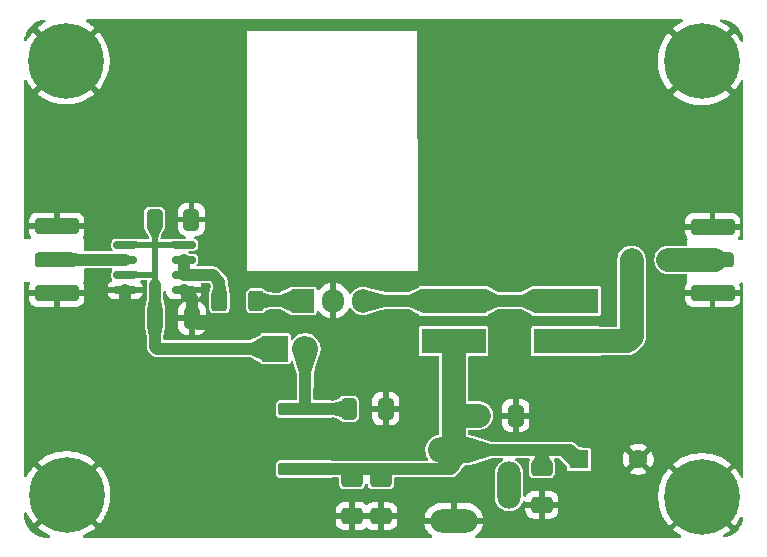
<source format=gbr>
%TF.GenerationSoftware,KiCad,Pcbnew,9.0.0*%
%TF.CreationDate,2025-03-21T19:43:46+05:30*%
%TF.ProjectId,HF-PA-v10,48462d50-412d-4763-9130-2e6b69636164,rev?*%
%TF.SameCoordinates,Original*%
%TF.FileFunction,Copper,L1,Top*%
%TF.FilePolarity,Positive*%
%FSLAX46Y46*%
G04 Gerber Fmt 4.6, Leading zero omitted, Abs format (unit mm)*
G04 Created by KiCad (PCBNEW 9.0.0) date 2025-03-21 19:43:46*
%MOMM*%
%LPD*%
G01*
G04 APERTURE LIST*
G04 Aperture macros list*
%AMRoundRect*
0 Rectangle with rounded corners*
0 $1 Rounding radius*
0 $2 $3 $4 $5 $6 $7 $8 $9 X,Y pos of 4 corners*
0 Add a 4 corners polygon primitive as box body*
4,1,4,$2,$3,$4,$5,$6,$7,$8,$9,$2,$3,0*
0 Add four circle primitives for the rounded corners*
1,1,$1+$1,$2,$3*
1,1,$1+$1,$4,$5*
1,1,$1+$1,$6,$7*
1,1,$1+$1,$8,$9*
0 Add four rect primitives between the rounded corners*
20,1,$1+$1,$2,$3,$4,$5,0*
20,1,$1+$1,$4,$5,$6,$7,0*
20,1,$1+$1,$6,$7,$8,$9,0*
20,1,$1+$1,$8,$9,$2,$3,0*%
G04 Aperture macros list end*
%TA.AperFunction,SMDPad,CuDef*%
%ADD10RoundRect,0.250000X-0.650000X0.412500X-0.650000X-0.412500X0.650000X-0.412500X0.650000X0.412500X0*%
%TD*%
%TA.AperFunction,ComponentPad*%
%ADD11C,0.800000*%
%TD*%
%TA.AperFunction,ComponentPad*%
%ADD12C,6.400000*%
%TD*%
%TA.AperFunction,SMDPad,CuDef*%
%ADD13RoundRect,0.250000X1.350000X-0.385000X1.350000X0.385000X-1.350000X0.385000X-1.350000X-0.385000X0*%
%TD*%
%TA.AperFunction,SMDPad,CuDef*%
%ADD14RoundRect,0.250000X1.600000X-0.425000X1.600000X0.425000X-1.600000X0.425000X-1.600000X-0.425000X0*%
%TD*%
%TA.AperFunction,ComponentPad*%
%ADD15O,4.400000X2.200000*%
%TD*%
%TA.AperFunction,ComponentPad*%
%ADD16O,4.000000X2.000000*%
%TD*%
%TA.AperFunction,ComponentPad*%
%ADD17O,2.000000X4.000000*%
%TD*%
%TA.AperFunction,ComponentPad*%
%ADD18R,2.200000X2.200000*%
%TD*%
%TA.AperFunction,ComponentPad*%
%ADD19O,2.200000X2.200000*%
%TD*%
%TA.AperFunction,SMDPad,CuDef*%
%ADD20RoundRect,0.250000X-0.400000X-0.625000X0.400000X-0.625000X0.400000X0.625000X-0.400000X0.625000X0*%
%TD*%
%TA.AperFunction,SMDPad,CuDef*%
%ADD21RoundRect,0.250000X-1.350000X0.385000X-1.350000X-0.385000X1.350000X-0.385000X1.350000X0.385000X0*%
%TD*%
%TA.AperFunction,SMDPad,CuDef*%
%ADD22RoundRect,0.250000X-1.600000X0.425000X-1.600000X-0.425000X1.600000X-0.425000X1.600000X0.425000X0*%
%TD*%
%TA.AperFunction,ComponentPad*%
%ADD23R,1.905000X2.000000*%
%TD*%
%TA.AperFunction,ComponentPad*%
%ADD24O,1.905000X2.000000*%
%TD*%
%TA.AperFunction,SMDPad,CuDef*%
%ADD25RoundRect,0.250000X-0.412500X-0.650000X0.412500X-0.650000X0.412500X0.650000X-0.412500X0.650000X0*%
%TD*%
%TA.AperFunction,SMDPad,CuDef*%
%ADD26RoundRect,0.250000X0.412500X0.650000X-0.412500X0.650000X-0.412500X-0.650000X0.412500X-0.650000X0*%
%TD*%
%TA.AperFunction,SMDPad,CuDef*%
%ADD27RoundRect,0.150000X-0.825000X-0.150000X0.825000X-0.150000X0.825000X0.150000X-0.825000X0.150000X0*%
%TD*%
%TA.AperFunction,ComponentPad*%
%ADD28R,1.600000X1.600000*%
%TD*%
%TA.AperFunction,ComponentPad*%
%ADD29C,1.600000*%
%TD*%
%TA.AperFunction,SMDPad,CuDef*%
%ADD30R,5.500000X2.150000*%
%TD*%
%TA.AperFunction,SMDPad,CuDef*%
%ADD31RoundRect,0.250000X2.050000X0.300000X-2.050000X0.300000X-2.050000X-0.300000X2.050000X-0.300000X0*%
%TD*%
%TA.AperFunction,SMDPad,CuDef*%
%ADD32RoundRect,0.250000X2.025000X2.375000X-2.025000X2.375000X-2.025000X-2.375000X2.025000X-2.375000X0*%
%TD*%
%TA.AperFunction,SMDPad,CuDef*%
%ADD33RoundRect,0.289364X5.290636X5.150636X-5.290636X5.150636X-5.290636X-5.150636X5.290636X-5.150636X0*%
%TD*%
%TA.AperFunction,SMDPad,CuDef*%
%ADD34RoundRect,0.292857X2.862143X2.372143X-2.862143X2.372143X-2.862143X-2.372143X2.862143X-2.372143X0*%
%TD*%
%TA.AperFunction,SMDPad,CuDef*%
%ADD35RoundRect,0.288461X2.876539X2.336539X-2.876539X2.336539X-2.876539X-2.336539X2.876539X-2.336539X0*%
%TD*%
%TA.AperFunction,ViaPad*%
%ADD36C,0.800000*%
%TD*%
%TA.AperFunction,Conductor*%
%ADD37C,1.000000*%
%TD*%
%TA.AperFunction,Conductor*%
%ADD38C,2.000000*%
%TD*%
%TA.AperFunction,Conductor*%
%ADD39C,0.500000*%
%TD*%
G04 APERTURE END LIST*
D10*
%TO.P,C2,1*%
%TO.N,+VDC*%
X27810000Y-38983486D03*
%TO.P,C2,2*%
%TO.N,GND*%
X27810000Y-42108486D03*
%TD*%
D11*
%TO.P,H3,1,1*%
%TO.N,GND*%
X1250000Y-40310000D03*
X1952944Y-38612944D03*
X1952944Y-42007056D03*
X3650000Y-37910000D03*
D12*
X3650000Y-40310000D03*
D11*
X3650000Y-42710000D03*
X5347056Y-38612944D03*
X5347056Y-42007056D03*
X6050000Y-40310000D03*
%TD*%
D13*
%TO.P,RF_OUT1,1,In*%
%TO.N,Net-(RF_OUT1-In)*%
X58580000Y-20425000D03*
D14*
%TO.P,RF_OUT1,2,Ext*%
%TO.N,GND*%
X58330000Y-17600000D03*
X58330000Y-23250000D03*
%TD*%
D10*
%TO.P,C12,1*%
%TO.N,+VDC*%
X30250000Y-38990000D03*
%TO.P,C12,2*%
%TO.N,GND*%
X30250000Y-42115000D03*
%TD*%
D15*
%TO.P,Power1,1*%
%TO.N,+VDC*%
X36410000Y-36505000D03*
D16*
%TO.P,Power1,2*%
%TO.N,GND*%
X36410000Y-42505000D03*
D17*
%TO.P,Power1,3*%
%TO.N,unconnected-(Power1-Pad3)*%
X41110000Y-39505000D03*
%TD*%
D11*
%TO.P,H4,1,1*%
%TO.N,GND*%
X55022944Y-40480000D03*
X55725888Y-38782944D03*
X55725888Y-42177056D03*
X57422944Y-38080000D03*
D12*
X57422944Y-40480000D03*
D11*
X57422944Y-42880000D03*
X59120000Y-38782944D03*
X59120000Y-42177056D03*
X59822944Y-40480000D03*
%TD*%
D18*
%TO.P,D1,1,K*%
%TO.N,4.5V*%
X21310000Y-27930000D03*
D19*
%TO.P,D1,2,A*%
%TO.N,Net-(D1-A)*%
X23850000Y-27930000D03*
%TD*%
D20*
%TO.P,R4,1*%
%TO.N,Net-(R4-Pad1)*%
X16585000Y-23880000D03*
%TO.P,R4,2*%
%TO.N,Net-(Q1-G)*%
X19685000Y-23880000D03*
%TD*%
D21*
%TO.P,RF_IN1,1,In*%
%TO.N,Net-(RF_IN1-In)*%
X2555000Y-20405000D03*
D22*
%TO.P,RF_IN1,2,Ext*%
%TO.N,GND*%
X2805000Y-23230000D03*
X2805000Y-17580000D03*
%TD*%
D23*
%TO.P,Q1,1,G*%
%TO.N,Net-(Q1-G)*%
X23650000Y-23875000D03*
D24*
%TO.P,Q1,2,S*%
%TO.N,GND*%
X26190000Y-23875000D03*
%TO.P,Q1,3,D*%
%TO.N,/DRAIN*%
X28730000Y-23875000D03*
%TD*%
D25*
%TO.P,C7,1*%
%TO.N,4.5V*%
X11137500Y-25350000D03*
%TO.P,C7,2*%
%TO.N,GND*%
X14262500Y-25350000D03*
%TD*%
D26*
%TO.P,C3,1*%
%TO.N,Net-(RF_OUT1-In)*%
X54600000Y-20420000D03*
%TO.P,C3,2*%
%TO.N,Net-(C3-Pad2)*%
X51475000Y-20420000D03*
%TD*%
D27*
%TO.P,U2,1,VDD*%
%TO.N,4.5V*%
X8610000Y-19130000D03*
%TO.P,U2,2,IN*%
%TO.N,Net-(RF_IN1-In)*%
X8610000Y-20400000D03*
%TO.P,U2,3,EN*%
%TO.N,4.5V*%
X8610000Y-21670000D03*
%TO.P,U2,4,GND*%
%TO.N,GND*%
X8610000Y-22940000D03*
%TO.P,U2,5,GND*%
X13560000Y-22940000D03*
%TO.P,U2,6,OUT*%
%TO.N,Net-(R4-Pad1)*%
X13560000Y-21670000D03*
%TO.P,U2,7,OUT*%
X13560000Y-20400000D03*
%TO.P,U2,8,VDD*%
%TO.N,4.5V*%
X13560000Y-19130000D03*
%TD*%
D28*
%TO.P,C6,1*%
%TO.N,+VDC*%
X47032349Y-37305000D03*
D29*
%TO.P,C6,2*%
%TO.N,GND*%
X52032349Y-37305000D03*
%TD*%
D30*
%TO.P,T1,1*%
%TO.N,/DRAIN*%
X36410000Y-23865000D03*
%TO.P,T1,2*%
%TO.N,+VDC*%
X36410000Y-27295000D03*
%TO.P,T1,3*%
%TO.N,Net-(C3-Pad2)*%
X45910000Y-27295000D03*
%TO.P,T1,4*%
%TO.N,/DRAIN*%
X45910000Y-23865000D03*
%TD*%
D11*
%TO.P,H1,1,1*%
%TO.N,GND*%
X1180000Y-3550000D03*
X1882944Y-1852944D03*
X1882944Y-5247056D03*
X3580000Y-1150000D03*
D12*
X3580000Y-3550000D03*
D11*
X3580000Y-5950000D03*
X5277056Y-1852944D03*
X5277056Y-5247056D03*
X5980000Y-3550000D03*
%TD*%
D10*
%TO.P,C5,1*%
%TO.N,+VDC*%
X43885000Y-38030000D03*
%TO.P,C5,2*%
%TO.N,GND*%
X43885000Y-41155000D03*
%TD*%
D25*
%TO.P,C8,1*%
%TO.N,Net-(D1-A)*%
X27522500Y-33030000D03*
%TO.P,C8,2*%
%TO.N,GND*%
X30647500Y-33030000D03*
%TD*%
D31*
%TO.P,U1,1,IN*%
%TO.N,+VDC*%
X23835000Y-38135000D03*
D32*
%TO.P,U1,2,GND*%
%TO.N,GND*%
X17110000Y-38370000D03*
X17110000Y-32820000D03*
D33*
X13805000Y-35555000D03*
D34*
X11380000Y-32780000D03*
D35*
X11370000Y-38370000D03*
D31*
%TO.P,U1,3,OUT*%
%TO.N,Net-(D1-A)*%
X23835000Y-33055000D03*
%TD*%
D25*
%TO.P,C10,1*%
%TO.N,+VDC*%
X38537500Y-33600000D03*
%TO.P,C10,2*%
%TO.N,GND*%
X41662500Y-33600000D03*
%TD*%
D11*
%TO.P,H2,1,1*%
%TO.N,GND*%
X55002944Y-3610000D03*
X55705888Y-1912944D03*
X55705888Y-5307056D03*
X57402944Y-1210000D03*
D12*
X57402944Y-3610000D03*
D11*
X57402944Y-6010000D03*
X59100000Y-1912944D03*
X59100000Y-5307056D03*
X59802944Y-3610000D03*
%TD*%
D25*
%TO.P,C11,1*%
%TO.N,4.5V*%
X11087500Y-17000000D03*
%TO.P,C11,2*%
%TO.N,GND*%
X14212500Y-17000000D03*
%TD*%
D36*
%TO.N,GND*%
X14610000Y-4630000D03*
X10975000Y-33900000D03*
X26200000Y-27650000D03*
X16775000Y-39800000D03*
X16725000Y-30900000D03*
X56610000Y-31630000D03*
X12525000Y-38300000D03*
X44560000Y-32950000D03*
X26200000Y-26150000D03*
X16110000Y-6130000D03*
X13110000Y-4630000D03*
X37625000Y-15550000D03*
X13110000Y-7630000D03*
X16110000Y-1630000D03*
X13110000Y-12105000D03*
X18200000Y-36900000D03*
X59450000Y-11050000D03*
X16100000Y-16300000D03*
X48500000Y-41950000D03*
X7100000Y-28650000D03*
X37625000Y-14050000D03*
X50850000Y-30150000D03*
X30700000Y-29150000D03*
X10110000Y-7630000D03*
X7110000Y-12130000D03*
X10110000Y-10605000D03*
X42125000Y-17050000D03*
X16110000Y-12105000D03*
X7150000Y-17550000D03*
X55100000Y-15550000D03*
X53840000Y-27370000D03*
X24080000Y-36630000D03*
X36125000Y-12550000D03*
X12110000Y-42630000D03*
X53700000Y-15550000D03*
X45100000Y-11050000D03*
X4110000Y-13380000D03*
X36125000Y-17050000D03*
X25580000Y-35130000D03*
X11610000Y-7630000D03*
X18200000Y-32400000D03*
X27500000Y-36650000D03*
X42125000Y-11050000D03*
X49350000Y-30150000D03*
X47780000Y-2140000D03*
X16110000Y-9130000D03*
X8610000Y-14880000D03*
X36125000Y-14050000D03*
X52350000Y-31650000D03*
X9525000Y-39800000D03*
X53700000Y-12550000D03*
X22610000Y-42630000D03*
X46375000Y-14050000D03*
X29200000Y-26150000D03*
X36125000Y-11050000D03*
X47220000Y-42960000D03*
X5610000Y-36130000D03*
X36125000Y-15550000D03*
X7110000Y-10630000D03*
X14610000Y-1630000D03*
X52200000Y-11050000D03*
X4110000Y-36130000D03*
X7110000Y-31630000D03*
X13110000Y-3130000D03*
X52200000Y-15550000D03*
X24110000Y-42630000D03*
X4110000Y-33130000D03*
X55110000Y-30130000D03*
X13610000Y-42630000D03*
X47850000Y-11050000D03*
X46375000Y-15550000D03*
X34625000Y-12550000D03*
X14610000Y-12105000D03*
X39125000Y-17050000D03*
X16725000Y-36900000D03*
X34625000Y-11050000D03*
X32200000Y-27650000D03*
X56600000Y-28850000D03*
X43600000Y-17050000D03*
X40625000Y-12550000D03*
X46375000Y-11050000D03*
X10110000Y-6130000D03*
X8600000Y-27150000D03*
X45100000Y-15550000D03*
X57975000Y-14050000D03*
X5610000Y-14880000D03*
X58110000Y-31630000D03*
X50725000Y-17050000D03*
X55100000Y-27350000D03*
X49255000Y-2140000D03*
X46060000Y-32950000D03*
X58110000Y-33130000D03*
X11610000Y-6130000D03*
X49350000Y-11050000D03*
X15450000Y-32400000D03*
X16725000Y-35400000D03*
X30700000Y-26150000D03*
X56600000Y-27350000D03*
X21110000Y-42630000D03*
X5610000Y-30130000D03*
X8650000Y-16050000D03*
X1110000Y-14880000D03*
X39125000Y-11050000D03*
X10110000Y-9130000D03*
X27500000Y-35150000D03*
X13110000Y-6130000D03*
X42030000Y-2140000D03*
X12475000Y-30900000D03*
X48500000Y-42950000D03*
X5600000Y-28650000D03*
X29200000Y-27650000D03*
X17650000Y-25850000D03*
X7110000Y-36130000D03*
X4110000Y-31630000D03*
X59610000Y-31630000D03*
X5610000Y-33130000D03*
X37625000Y-17050000D03*
X10975000Y-32400000D03*
X11610000Y-3130000D03*
X46375000Y-12550000D03*
X30700000Y-30700000D03*
X32200000Y-30700000D03*
X14610000Y-9130000D03*
X52350000Y-30150000D03*
X6310000Y-23340000D03*
X50725000Y-11050000D03*
X53000000Y-42950000D03*
X19150000Y-25850000D03*
X13110000Y-1630000D03*
X13950000Y-35400000D03*
X11610000Y-12105000D03*
X4110000Y-28630000D03*
X24080000Y-35130000D03*
X32200000Y-26150000D03*
X15500000Y-39800000D03*
X12525000Y-39800000D03*
X14610000Y-6130000D03*
X30500000Y-35150000D03*
X10975000Y-30900000D03*
X58100000Y-27350000D03*
X18200000Y-33900000D03*
X10110000Y-1630000D03*
X53000000Y-41950000D03*
X32200000Y-29150000D03*
X56600000Y-11050000D03*
X11610000Y-9130000D03*
X25610000Y-42630000D03*
X51500000Y-41950000D03*
X13950000Y-30900000D03*
X8610000Y-12130000D03*
X59450000Y-15550000D03*
X55100000Y-28850000D03*
X16725000Y-32400000D03*
X12475000Y-33900000D03*
X4110000Y-34630000D03*
X40625000Y-17050000D03*
X9475000Y-30900000D03*
X42125000Y-12550000D03*
X1110000Y-10630000D03*
X16170000Y-25860000D03*
X4110000Y-27130000D03*
X16110000Y-14855000D03*
X37625000Y-11050000D03*
X43600000Y-14050000D03*
X7110000Y-13380000D03*
X27700000Y-26150000D03*
X59600000Y-28850000D03*
X16610000Y-42630000D03*
X15110000Y-42630000D03*
X49350000Y-12550000D03*
X9475000Y-36900000D03*
X16110000Y-13380000D03*
X7110000Y-33130000D03*
X50000000Y-42950000D03*
X52200000Y-17050000D03*
X15500000Y-38300000D03*
X9475000Y-32400000D03*
X53840000Y-28870000D03*
X2610000Y-9130000D03*
X36030000Y-2140000D03*
X10110000Y-12105000D03*
X5610000Y-9130000D03*
X40625000Y-15550000D03*
X42125000Y-14050000D03*
X40625000Y-11050000D03*
X25580000Y-36630000D03*
X14610000Y-10605000D03*
X13110000Y-10605000D03*
X39030000Y-2140000D03*
X57975000Y-12550000D03*
X45100000Y-17050000D03*
X16110000Y-4630000D03*
X55100000Y-14050000D03*
X51500000Y-42950000D03*
X7110000Y-9130000D03*
X2610000Y-34630000D03*
X8610000Y-9130000D03*
X59450000Y-12550000D03*
X1110000Y-36130000D03*
X5610000Y-31630000D03*
X34625000Y-15550000D03*
X1110000Y-34630000D03*
X9525000Y-38300000D03*
X2610000Y-28630000D03*
X59450000Y-14050000D03*
X56600000Y-14050000D03*
X42125000Y-15550000D03*
X43600000Y-11050000D03*
X50725000Y-15550000D03*
X17600000Y-17800000D03*
X58110000Y-30130000D03*
X39125000Y-15550000D03*
X8600000Y-25650000D03*
X27700000Y-30700000D03*
X45100000Y-14050000D03*
X8600000Y-28650000D03*
X13110000Y-14855000D03*
X47850000Y-17050000D03*
X12475000Y-32400000D03*
X12475000Y-36900000D03*
X49350000Y-17050000D03*
X11025000Y-38300000D03*
X43600000Y-15550000D03*
X59600000Y-27350000D03*
X14610000Y-14855000D03*
X10110000Y-13380000D03*
X18250000Y-39800000D03*
X33680000Y-32650000D03*
X16775000Y-38300000D03*
X8610000Y-10630000D03*
X9475000Y-33900000D03*
X49350000Y-15550000D03*
X17600000Y-20550000D03*
X14610000Y-7630000D03*
X1110000Y-12130000D03*
X2610000Y-13380000D03*
X6310000Y-24840000D03*
X29000000Y-36650000D03*
X13110000Y-13380000D03*
X16110000Y-3130000D03*
X53700000Y-14050000D03*
X7110000Y-14880000D03*
X4110000Y-14880000D03*
X7100000Y-27150000D03*
X5610000Y-34630000D03*
X43530000Y-2140000D03*
X30500000Y-36650000D03*
X22580000Y-35130000D03*
X57975000Y-15550000D03*
X5600000Y-27150000D03*
X18250000Y-38300000D03*
X57975000Y-11050000D03*
X18200000Y-30900000D03*
X46375000Y-17050000D03*
X30700000Y-27650000D03*
X29000000Y-35150000D03*
X10110000Y-4630000D03*
X11610000Y-1630000D03*
X11025000Y-39800000D03*
X13110000Y-9130000D03*
X16100000Y-17800000D03*
X10975000Y-35400000D03*
X11610000Y-10605000D03*
X17600000Y-19075000D03*
X52200000Y-12550000D03*
X56600000Y-15550000D03*
X2610000Y-12130000D03*
X1110000Y-9130000D03*
X8610000Y-13380000D03*
X50850000Y-31650000D03*
X17600000Y-16300000D03*
X7150000Y-16050000D03*
X39125000Y-14050000D03*
X5610000Y-13380000D03*
X37530000Y-2140000D03*
X18200000Y-35400000D03*
X47220000Y-41960000D03*
X8650000Y-17550000D03*
X13950000Y-36900000D03*
X10975000Y-36900000D03*
X39125000Y-12550000D03*
X53700000Y-17050000D03*
X19610000Y-42630000D03*
X56600000Y-12550000D03*
X22580000Y-36630000D03*
X43600000Y-12550000D03*
X27700000Y-29150000D03*
X2610000Y-33130000D03*
X7100000Y-25650000D03*
X15450000Y-33900000D03*
X58100000Y-28850000D03*
X47850000Y-12550000D03*
X55100000Y-11050000D03*
X34625000Y-14050000D03*
X10610000Y-42630000D03*
X16110000Y-10605000D03*
X6310000Y-21840000D03*
X27700000Y-27650000D03*
X40625000Y-14050000D03*
X53850000Y-30150000D03*
X7110000Y-30130000D03*
X16110000Y-7630000D03*
X16725000Y-33900000D03*
X50755000Y-2140000D03*
X7110000Y-34630000D03*
X2610000Y-10630000D03*
X1110000Y-33130000D03*
X49350000Y-14050000D03*
X2610000Y-31630000D03*
X40530000Y-2140000D03*
X10110000Y-3130000D03*
X44560000Y-34450000D03*
X15450000Y-35400000D03*
X26200000Y-29150000D03*
X4110000Y-12130000D03*
X46505000Y-2140000D03*
X11610000Y-14855000D03*
X10110000Y-14855000D03*
X15450000Y-30900000D03*
X53850000Y-31650000D03*
X11610000Y-13380000D03*
X11610000Y-4630000D03*
X14000000Y-38300000D03*
X37625000Y-12550000D03*
X13950000Y-33900000D03*
X59610000Y-33130000D03*
X56610000Y-30130000D03*
X14610000Y-3130000D03*
X52200000Y-14050000D03*
X45100000Y-12550000D03*
X4110000Y-30130000D03*
X5600000Y-25650000D03*
X5610000Y-10630000D03*
X59610000Y-30130000D03*
X34625000Y-17050000D03*
X5610000Y-12130000D03*
X2610000Y-30130000D03*
X2610000Y-27130000D03*
X53700000Y-11050000D03*
X47850000Y-14050000D03*
X50725000Y-12550000D03*
X33680000Y-34200000D03*
X4110000Y-10630000D03*
X4110000Y-9130000D03*
X29200000Y-30700000D03*
X16100000Y-19075000D03*
X13950000Y-32400000D03*
X2610000Y-14880000D03*
X15450000Y-36900000D03*
X29200000Y-29150000D03*
X55110000Y-31630000D03*
X50725000Y-14050000D03*
X12475000Y-35400000D03*
X18110000Y-42630000D03*
X49350000Y-31650000D03*
X1110000Y-13380000D03*
X55100000Y-12550000D03*
X45005000Y-2140000D03*
X59610000Y-34630000D03*
X9475000Y-35400000D03*
X14000000Y-39800000D03*
X58110000Y-34630000D03*
X47850000Y-15550000D03*
X14610000Y-13380000D03*
X2610000Y-36130000D03*
%TD*%
D37*
%TO.N,GND*%
X8600000Y-22950000D02*
X8610000Y-22940000D01*
X14262500Y-23642500D02*
X13560000Y-22940000D01*
X8600000Y-25650000D02*
X8600000Y-22950000D01*
X14262500Y-25350000D02*
X14262500Y-23642500D01*
X14262500Y-25350000D02*
X14762500Y-25850000D01*
X14762500Y-25850000D02*
X19150000Y-25850000D01*
%TO.N,Net-(Q1-G)*%
X19685000Y-23880000D02*
X23645000Y-23880000D01*
%TO.N,/DRAIN*%
X36410000Y-23865000D02*
X45910000Y-23865000D01*
X28730000Y-23875000D02*
X36400000Y-23875000D01*
D38*
%TO.N,Net-(RF_OUT1-In)*%
X58575000Y-20420000D02*
X58580000Y-20425000D01*
X54600000Y-20420000D02*
X58575000Y-20420000D01*
D37*
%TO.N,Net-(RF_IN1-In)*%
X2555000Y-20405000D02*
X8605000Y-20405000D01*
X8605000Y-20405000D02*
X8610000Y-20400000D01*
D38*
%TO.N,Net-(C3-Pad2)*%
X51475000Y-26940000D02*
X51120000Y-27295000D01*
X51120000Y-27295000D02*
X45910000Y-27295000D01*
X51475000Y-20420000D02*
X51475000Y-26940000D01*
%TO.N,+VDC*%
X36410000Y-27295000D02*
X36410000Y-33610000D01*
X36420000Y-33600000D02*
X38537500Y-33600000D01*
D37*
X27810000Y-38185000D02*
X27810000Y-38983486D01*
X27760000Y-38135000D02*
X27810000Y-38185000D01*
D38*
X36410000Y-33610000D02*
X36410000Y-36505000D01*
D37*
X40835000Y-36505000D02*
X44032349Y-36505000D01*
X30285000Y-38135000D02*
X36155000Y-38135000D01*
X43885000Y-38030000D02*
X43885000Y-36652349D01*
X30285000Y-38135000D02*
X27760000Y-38135000D01*
X27760000Y-38135000D02*
X23835000Y-38135000D01*
D38*
X36410000Y-33610000D02*
X36420000Y-33600000D01*
D37*
X36410000Y-37880000D02*
X36410000Y-36505000D01*
X43885000Y-36652349D02*
X44032349Y-36505000D01*
X46232349Y-36505000D02*
X47032349Y-37305000D01*
X36410000Y-36505000D02*
X40835000Y-36505000D01*
X36155000Y-38135000D02*
X36410000Y-37880000D01*
X30250000Y-38170000D02*
X30250000Y-38990000D01*
X30285000Y-38135000D02*
X30250000Y-38170000D01*
X30210000Y-38210000D02*
X30285000Y-38135000D01*
X40835000Y-36505000D02*
X46232349Y-36505000D01*
D39*
%TO.N,4.5V*%
X11085000Y-19750000D02*
X11085000Y-21780000D01*
D37*
X11300000Y-27930000D02*
X11137500Y-27767500D01*
D39*
X11085000Y-19130000D02*
X13560000Y-19130000D01*
X10975000Y-21670000D02*
X11085000Y-21780000D01*
X11085000Y-22500000D02*
X11085000Y-24007500D01*
X8610000Y-21670000D02*
X10975000Y-21670000D01*
X11087500Y-19747500D02*
X11087500Y-17000000D01*
D37*
X21310000Y-27930000D02*
X11300000Y-27930000D01*
D39*
X8610000Y-19130000D02*
X11085000Y-19130000D01*
D37*
X11137500Y-25350000D02*
X11137500Y-22552500D01*
D39*
X11085000Y-19130000D02*
X11085000Y-19750000D01*
D37*
X11137500Y-27767500D02*
X11137500Y-25350000D01*
D39*
X11085000Y-19750000D02*
X11087500Y-19747500D01*
X11085000Y-21780000D02*
X11085000Y-22500000D01*
D37*
%TO.N,Net-(D1-A)*%
X23835000Y-31155000D02*
X23850000Y-31140000D01*
X23835000Y-31155000D02*
X23835000Y-28116766D01*
X23835000Y-33055000D02*
X27497500Y-33055000D01*
X23835000Y-33055000D02*
X23835000Y-31155000D01*
X23850000Y-31140000D02*
X23850000Y-27930000D01*
%TO.N,Net-(R4-Pad1)*%
X16000000Y-21670000D02*
X13560000Y-21670000D01*
X16585000Y-22255000D02*
X16000000Y-21670000D01*
X13560000Y-20400000D02*
X13560000Y-21670000D01*
X16585000Y-23880000D02*
X16585000Y-22255000D01*
%TD*%
%TA.AperFunction,Conductor*%
%TO.N,GND*%
G36*
X2429588Y-41352330D02*
G01*
X2607670Y-41530412D01*
X2709301Y-41604251D01*
X2164885Y-42148666D01*
X2202944Y-42056784D01*
X2202944Y-41957328D01*
X2164884Y-41865442D01*
X2094558Y-41795116D01*
X2002672Y-41757056D01*
X1903216Y-41757056D01*
X1811330Y-41795116D01*
X1741004Y-41865442D01*
X1702944Y-41957328D01*
X1702944Y-42056784D01*
X1741004Y-42148670D01*
X1811330Y-42218996D01*
X1903216Y-42257056D01*
X2002672Y-42257056D01*
X2094554Y-42218997D01*
X1215232Y-43098319D01*
X1215233Y-43098320D01*
X1443249Y-43285448D01*
X1745519Y-43487418D01*
X1745537Y-43487429D01*
X2066130Y-43658790D01*
X2066135Y-43658792D01*
X2192028Y-43710939D01*
X2200803Y-43718010D01*
X2211614Y-43721185D01*
X2227517Y-43739538D01*
X2246431Y-43754780D01*
X2249990Y-43765473D01*
X2257369Y-43773989D01*
X2260825Y-43798028D01*
X2268496Y-43821074D01*
X2265709Y-43831992D01*
X2267313Y-43843147D01*
X2257223Y-43865240D01*
X2251217Y-43888773D01*
X2242969Y-43896451D01*
X2238288Y-43906703D01*
X2217855Y-43919833D01*
X2200080Y-43936384D01*
X2187464Y-43939365D01*
X2179510Y-43944477D01*
X2144575Y-43949500D01*
X2004067Y-43949500D01*
X1995957Y-43949235D01*
X1753642Y-43933353D01*
X1737562Y-43931235D01*
X1598778Y-43903629D01*
X1503401Y-43884657D01*
X1487735Y-43880459D01*
X1261654Y-43803715D01*
X1246674Y-43797510D01*
X1032541Y-43691912D01*
X1018495Y-43683803D01*
X819977Y-43551157D01*
X807109Y-43541283D01*
X627605Y-43383863D01*
X616136Y-43372394D01*
X518000Y-43260491D01*
X458714Y-43192887D01*
X448842Y-43180022D01*
X415418Y-43130000D01*
X316196Y-42981504D01*
X308089Y-42967463D01*
X202485Y-42753318D01*
X196287Y-42738352D01*
X119538Y-42512257D01*
X115344Y-42496607D01*
X68762Y-42262424D01*
X66647Y-42246367D01*
X50765Y-42004042D01*
X50500Y-41995933D01*
X50500Y-41911993D01*
X70185Y-41844954D01*
X122989Y-41799199D01*
X192147Y-41789255D01*
X255703Y-41818280D01*
X289061Y-41864541D01*
X301204Y-41893858D01*
X301209Y-41893869D01*
X472570Y-42214462D01*
X472581Y-42214480D01*
X674551Y-42516750D01*
X861678Y-42744765D01*
X861679Y-42744766D01*
X2355747Y-41250697D01*
X2429588Y-41352330D01*
G37*
%TD.AperFunction*%
%TA.AperFunction,Conductor*%
G36*
X55785289Y-70185D02*
G01*
X55831044Y-122989D01*
X55840988Y-192147D01*
X55811963Y-255703D01*
X55776703Y-283858D01*
X55498481Y-432570D01*
X55498463Y-432581D01*
X55196202Y-634545D01*
X55196198Y-634548D01*
X54968177Y-821679D01*
X54968177Y-821680D01*
X55847500Y-1701003D01*
X55755616Y-1662944D01*
X55656160Y-1662944D01*
X55564274Y-1701004D01*
X55493948Y-1771330D01*
X55455888Y-1863216D01*
X55455888Y-1962672D01*
X55493947Y-2054556D01*
X54614624Y-1175233D01*
X54614623Y-1175233D01*
X54427492Y-1403254D01*
X54427489Y-1403258D01*
X54225525Y-1705519D01*
X54225514Y-1705537D01*
X54054153Y-2026130D01*
X54054151Y-2026135D01*
X53915030Y-2362002D01*
X53809497Y-2709898D01*
X53809494Y-2709909D01*
X53738576Y-3066443D01*
X53702944Y-3428234D01*
X53702944Y-3791765D01*
X53738576Y-4153556D01*
X53809494Y-4510090D01*
X53809497Y-4510101D01*
X53915030Y-4857997D01*
X54054151Y-5193864D01*
X54054153Y-5193869D01*
X54225514Y-5514462D01*
X54225525Y-5514480D01*
X54427495Y-5816750D01*
X54614622Y-6044765D01*
X54614623Y-6044766D01*
X56108691Y-4550697D01*
X56182532Y-4652330D01*
X56360614Y-4830412D01*
X56462245Y-4904251D01*
X55917829Y-5448666D01*
X55955888Y-5356784D01*
X55955888Y-5257328D01*
X55917828Y-5165442D01*
X55847502Y-5095116D01*
X55755616Y-5057056D01*
X55656160Y-5057056D01*
X55564274Y-5095116D01*
X55493948Y-5165442D01*
X55455888Y-5257328D01*
X55455888Y-5356784D01*
X55493948Y-5448670D01*
X55564274Y-5518996D01*
X55656160Y-5557056D01*
X55755616Y-5557056D01*
X55847498Y-5518997D01*
X54968176Y-6398319D01*
X54968177Y-6398320D01*
X55196193Y-6585448D01*
X55498463Y-6787418D01*
X55498481Y-6787429D01*
X55819074Y-6958790D01*
X55819079Y-6958792D01*
X56154946Y-7097913D01*
X56502842Y-7203446D01*
X56502853Y-7203449D01*
X56859387Y-7274367D01*
X57221178Y-7310000D01*
X57584710Y-7310000D01*
X57946500Y-7274367D01*
X58303034Y-7203449D01*
X58303045Y-7203446D01*
X58650941Y-7097913D01*
X58986808Y-6958792D01*
X58986813Y-6958790D01*
X59307406Y-6787429D01*
X59307424Y-6787418D01*
X59609680Y-6585457D01*
X59609694Y-6585447D01*
X59837709Y-6398320D01*
X59837710Y-6398319D01*
X58958387Y-5518996D01*
X59050272Y-5557056D01*
X59149728Y-5557056D01*
X59241614Y-5518996D01*
X59311940Y-5448670D01*
X59350000Y-5356784D01*
X59350000Y-5257328D01*
X59311940Y-5165443D01*
X60191263Y-6044766D01*
X60191264Y-6044765D01*
X60378391Y-5816750D01*
X60378401Y-5816736D01*
X60580362Y-5514480D01*
X60580373Y-5514462D01*
X60716142Y-5260457D01*
X60765104Y-5210613D01*
X60833242Y-5195152D01*
X60898922Y-5218984D01*
X60941290Y-5274541D01*
X60949500Y-5318910D01*
X60949500Y-18596000D01*
X60929815Y-18663039D01*
X60877011Y-18708794D01*
X60825500Y-18720000D01*
X60595023Y-18720000D01*
X60527984Y-18700315D01*
X60482229Y-18647511D01*
X60472285Y-18578353D01*
X60501310Y-18514797D01*
X60507342Y-18508319D01*
X60522315Y-18493345D01*
X60614356Y-18344124D01*
X60614358Y-18344119D01*
X60669505Y-18177697D01*
X60669506Y-18177690D01*
X60679999Y-18074986D01*
X60680000Y-18074973D01*
X60680000Y-17850000D01*
X55980001Y-17850000D01*
X55980001Y-18074986D01*
X55990494Y-18177697D01*
X56045641Y-18344119D01*
X56045643Y-18344124D01*
X56137684Y-18493345D01*
X56189488Y-18545149D01*
X56222973Y-18606472D01*
X56217989Y-18676164D01*
X56190000Y-18719714D01*
X56190000Y-19095500D01*
X56170315Y-19162539D01*
X56117511Y-19208294D01*
X56066000Y-19219500D01*
X54505514Y-19219500D01*
X54318880Y-19249060D01*
X54318877Y-19249060D01*
X54139172Y-19307451D01*
X54139171Y-19307451D01*
X54129487Y-19312385D01*
X54109770Y-19319430D01*
X54109922Y-19319862D01*
X53974619Y-19367206D01*
X53974617Y-19367207D01*
X53865350Y-19447850D01*
X53865346Y-19447854D01*
X53841711Y-19479878D01*
X53821016Y-19500430D01*
X53821629Y-19501148D01*
X53817928Y-19504308D01*
X53684309Y-19637928D01*
X53573240Y-19790800D01*
X53487454Y-19959163D01*
X53429059Y-20138881D01*
X53399500Y-20325513D01*
X53399500Y-20514486D01*
X53429059Y-20701118D01*
X53487454Y-20880836D01*
X53546348Y-20996420D01*
X53573240Y-21049199D01*
X53684310Y-21202073D01*
X53786814Y-21304577D01*
X53817930Y-21335693D01*
X53821629Y-21338852D01*
X53821010Y-21339575D01*
X53841713Y-21360123D01*
X53848893Y-21369852D01*
X53865350Y-21392150D01*
X53974618Y-21472793D01*
X54058559Y-21502165D01*
X54109925Y-21520139D01*
X54109773Y-21520572D01*
X54129497Y-21527619D01*
X54139168Y-21532547D01*
X54275631Y-21576886D01*
X54318881Y-21590940D01*
X54505514Y-21620500D01*
X54505519Y-21620500D01*
X56066000Y-21620500D01*
X56133039Y-21640185D01*
X56178794Y-21692989D01*
X56190000Y-21744500D01*
X56190000Y-22252977D01*
X56170315Y-22320016D01*
X56153681Y-22340658D01*
X56137684Y-22356654D01*
X56045643Y-22505875D01*
X56045641Y-22505880D01*
X55990494Y-22672302D01*
X55990493Y-22672309D01*
X55980000Y-22775013D01*
X55980000Y-23000000D01*
X60679999Y-23000000D01*
X60679999Y-22775028D01*
X60679998Y-22775013D01*
X60669505Y-22672302D01*
X60612086Y-22499023D01*
X60613415Y-22498582D01*
X60604110Y-22437332D01*
X60632628Y-22373547D01*
X60691103Y-22335305D01*
X60726985Y-22330000D01*
X60825500Y-22330000D01*
X60892539Y-22349685D01*
X60938294Y-22402489D01*
X60949500Y-22454000D01*
X60949500Y-38733671D01*
X60929815Y-38800710D01*
X60877011Y-38846465D01*
X60807853Y-38856409D01*
X60744297Y-38827384D01*
X60716142Y-38792125D01*
X60600368Y-38575529D01*
X60600362Y-38575519D01*
X60398392Y-38273249D01*
X60211264Y-38045233D01*
X60211263Y-38045232D01*
X59331941Y-38924553D01*
X59370000Y-38832672D01*
X59370000Y-38733216D01*
X59331940Y-38641330D01*
X59261614Y-38571004D01*
X59169728Y-38532944D01*
X59070272Y-38532944D01*
X58978386Y-38571004D01*
X58908060Y-38641330D01*
X58870000Y-38733216D01*
X58870000Y-38832672D01*
X58908060Y-38924558D01*
X58978386Y-38994884D01*
X59070272Y-39032944D01*
X59169728Y-39032944D01*
X59261609Y-38994885D01*
X58717195Y-39539300D01*
X58643356Y-39437670D01*
X58465274Y-39259588D01*
X58363642Y-39185748D01*
X59857710Y-37691679D01*
X59857709Y-37691678D01*
X59629694Y-37504551D01*
X59327424Y-37302581D01*
X59327406Y-37302570D01*
X59006813Y-37131209D01*
X59006808Y-37131207D01*
X58670941Y-36992086D01*
X58323045Y-36886553D01*
X58323034Y-36886550D01*
X57966500Y-36815632D01*
X57604710Y-36780000D01*
X57241178Y-36780000D01*
X56879387Y-36815632D01*
X56522853Y-36886550D01*
X56522842Y-36886553D01*
X56174946Y-36992086D01*
X55839079Y-37131207D01*
X55839074Y-37131209D01*
X55518481Y-37302570D01*
X55518463Y-37302581D01*
X55216202Y-37504545D01*
X55216198Y-37504548D01*
X54988177Y-37691679D01*
X54988177Y-37691680D01*
X55867500Y-38571003D01*
X55775616Y-38532944D01*
X55676160Y-38532944D01*
X55584274Y-38571004D01*
X55513948Y-38641330D01*
X55475888Y-38733216D01*
X55475888Y-38832672D01*
X55513947Y-38924556D01*
X54634624Y-38045233D01*
X54634623Y-38045233D01*
X54447492Y-38273254D01*
X54447489Y-38273258D01*
X54245525Y-38575519D01*
X54245514Y-38575537D01*
X54074153Y-38896130D01*
X54074151Y-38896135D01*
X53935030Y-39232002D01*
X53829497Y-39579898D01*
X53829494Y-39579909D01*
X53758576Y-39936443D01*
X53722944Y-40298234D01*
X53722944Y-40661765D01*
X53758576Y-41023556D01*
X53829494Y-41380090D01*
X53829497Y-41380101D01*
X53935030Y-41727997D01*
X54074151Y-42063864D01*
X54074153Y-42063869D01*
X54245514Y-42384462D01*
X54245525Y-42384480D01*
X54447495Y-42686750D01*
X54634622Y-42914765D01*
X54634623Y-42914766D01*
X56128691Y-41420697D01*
X56202532Y-41522330D01*
X56380614Y-41700412D01*
X56482245Y-41774251D01*
X55937829Y-42318666D01*
X55975888Y-42226784D01*
X55975888Y-42127328D01*
X55937828Y-42035442D01*
X55867502Y-41965116D01*
X55775616Y-41927056D01*
X55676160Y-41927056D01*
X55584274Y-41965116D01*
X55513948Y-42035442D01*
X55475888Y-42127328D01*
X55475888Y-42226784D01*
X55513948Y-42318670D01*
X55584274Y-42388996D01*
X55676160Y-42427056D01*
X55775616Y-42427056D01*
X55867498Y-42388997D01*
X54988176Y-43268319D01*
X54988177Y-43268320D01*
X55216193Y-43455448D01*
X55518463Y-43657418D01*
X55518481Y-43657429D01*
X55628325Y-43716142D01*
X55678170Y-43765104D01*
X55693630Y-43833242D01*
X55669798Y-43898922D01*
X55614241Y-43941290D01*
X55569872Y-43949500D01*
X38355401Y-43949500D01*
X38288362Y-43929815D01*
X38242607Y-43877011D01*
X38232663Y-43807853D01*
X38261688Y-43744297D01*
X38282515Y-43725182D01*
X38387186Y-43649133D01*
X38554133Y-43482186D01*
X38692914Y-43291171D01*
X38800102Y-43080802D01*
X38873065Y-42856247D01*
X38889102Y-42755000D01*
X37843012Y-42755000D01*
X37875925Y-42697993D01*
X37910000Y-42570826D01*
X37910000Y-42439174D01*
X37875925Y-42312007D01*
X37843012Y-42255000D01*
X38889102Y-42255000D01*
X38873065Y-42153752D01*
X38800102Y-41929197D01*
X38692914Y-41718828D01*
X38554133Y-41527813D01*
X38387186Y-41360866D01*
X38196171Y-41222085D01*
X37985802Y-41114897D01*
X37761247Y-41041934D01*
X37761248Y-41041934D01*
X37528052Y-41005000D01*
X36660000Y-41005000D01*
X36660000Y-42005000D01*
X36160000Y-42005000D01*
X36160000Y-41005000D01*
X35291948Y-41005000D01*
X35058752Y-41041934D01*
X34834197Y-41114897D01*
X34623828Y-41222085D01*
X34432813Y-41360866D01*
X34265866Y-41527813D01*
X34127085Y-41718828D01*
X34019897Y-41929197D01*
X33946934Y-42153752D01*
X33930898Y-42255000D01*
X34976988Y-42255000D01*
X34944075Y-42312007D01*
X34910000Y-42439174D01*
X34910000Y-42570826D01*
X34944075Y-42697993D01*
X34976988Y-42755000D01*
X33930898Y-42755000D01*
X33946934Y-42856247D01*
X34019897Y-43080802D01*
X34127085Y-43291171D01*
X34265866Y-43482186D01*
X34432813Y-43649133D01*
X34537485Y-43725182D01*
X34580150Y-43780512D01*
X34586129Y-43850125D01*
X34553523Y-43911920D01*
X34492684Y-43946278D01*
X34464599Y-43949500D01*
X5155425Y-43949500D01*
X5088386Y-43929815D01*
X5042631Y-43877011D01*
X5032687Y-43807853D01*
X5061712Y-43744297D01*
X5107972Y-43710939D01*
X5233864Y-43658792D01*
X5233869Y-43658790D01*
X5554462Y-43487429D01*
X5554480Y-43487418D01*
X5856736Y-43285457D01*
X5856750Y-43285447D01*
X6084765Y-43098320D01*
X6084766Y-43098319D01*
X5205443Y-42218996D01*
X5297328Y-42257056D01*
X5396784Y-42257056D01*
X5488670Y-42218996D01*
X5558996Y-42148670D01*
X5597056Y-42056784D01*
X5597056Y-41957328D01*
X5558996Y-41865443D01*
X6438319Y-42744766D01*
X6438320Y-42744765D01*
X6580948Y-42570972D01*
X26410001Y-42570972D01*
X26420494Y-42673683D01*
X26475641Y-42840105D01*
X26475643Y-42840110D01*
X26567684Y-42989331D01*
X26691654Y-43113301D01*
X26840875Y-43205342D01*
X26840880Y-43205344D01*
X27007302Y-43260491D01*
X27007309Y-43260492D01*
X27110019Y-43270985D01*
X27559999Y-43270985D01*
X28060000Y-43270985D01*
X28509972Y-43270985D01*
X28509986Y-43270984D01*
X28612697Y-43260491D01*
X28779119Y-43205344D01*
X28779124Y-43205342D01*
X28928345Y-43113301D01*
X28939062Y-43102585D01*
X29000385Y-43069100D01*
X29070077Y-43074084D01*
X29114424Y-43102585D01*
X29131654Y-43119815D01*
X29280875Y-43211856D01*
X29280880Y-43211858D01*
X29447302Y-43267005D01*
X29447309Y-43267006D01*
X29550019Y-43277499D01*
X29999999Y-43277499D01*
X30500000Y-43277499D01*
X30949972Y-43277499D01*
X30949986Y-43277498D01*
X31052697Y-43267005D01*
X31219119Y-43211858D01*
X31219124Y-43211856D01*
X31368345Y-43119815D01*
X31492315Y-42995845D01*
X31584356Y-42846624D01*
X31584358Y-42846619D01*
X31639505Y-42680197D01*
X31639506Y-42680190D01*
X31649999Y-42577486D01*
X31650000Y-42577473D01*
X31650000Y-42365000D01*
X30500000Y-42365000D01*
X30500000Y-43277499D01*
X29999999Y-43277499D01*
X30000000Y-43277498D01*
X30000000Y-42365000D01*
X28777876Y-42365000D01*
X28755692Y-42358486D01*
X28060000Y-42358486D01*
X28060000Y-43270985D01*
X27559999Y-43270985D01*
X27560000Y-43270984D01*
X27560000Y-42358486D01*
X26410001Y-42358486D01*
X26410001Y-42570972D01*
X6580948Y-42570972D01*
X6625447Y-42516750D01*
X6625457Y-42516736D01*
X6811548Y-42238233D01*
X6827421Y-42214476D01*
X6827429Y-42214462D01*
X6998790Y-41893869D01*
X6998792Y-41893864D01*
X7101462Y-41645999D01*
X26410000Y-41645999D01*
X26410000Y-41858486D01*
X27560000Y-41858486D01*
X28060000Y-41858486D01*
X29282124Y-41858486D01*
X29304308Y-41865000D01*
X30000000Y-41865000D01*
X30500000Y-41865000D01*
X31649999Y-41865000D01*
X31649999Y-41652528D01*
X31649998Y-41652513D01*
X31639505Y-41549802D01*
X31584358Y-41383380D01*
X31584356Y-41383375D01*
X31492315Y-41234154D01*
X31368345Y-41110184D01*
X31219124Y-41018143D01*
X31219119Y-41018141D01*
X31052697Y-40962994D01*
X31052690Y-40962993D01*
X30949986Y-40952500D01*
X30500000Y-40952500D01*
X30500000Y-41865000D01*
X30000000Y-41865000D01*
X30000000Y-40952500D01*
X29550028Y-40952500D01*
X29550012Y-40952501D01*
X29447302Y-40962994D01*
X29280880Y-41018141D01*
X29280875Y-41018143D01*
X29131654Y-41110184D01*
X29120938Y-41120901D01*
X29059615Y-41154386D01*
X28989923Y-41149402D01*
X28945576Y-41120901D01*
X28928345Y-41103670D01*
X28779124Y-41011629D01*
X28779119Y-41011627D01*
X28612697Y-40956480D01*
X28612690Y-40956479D01*
X28509986Y-40945986D01*
X28060000Y-40945986D01*
X28060000Y-41858486D01*
X27560000Y-41858486D01*
X27560000Y-40945986D01*
X27110028Y-40945986D01*
X27110012Y-40945987D01*
X27007302Y-40956480D01*
X26840880Y-41011627D01*
X26840875Y-41011629D01*
X26691654Y-41103670D01*
X26567684Y-41227640D01*
X26475643Y-41376861D01*
X26475641Y-41376866D01*
X26420494Y-41543288D01*
X26420493Y-41543295D01*
X26410000Y-41645999D01*
X7101462Y-41645999D01*
X7122422Y-41595397D01*
X7122422Y-41595395D01*
X7137912Y-41558001D01*
X7243446Y-41210101D01*
X7243449Y-41210090D01*
X7314367Y-40853556D01*
X7350000Y-40491765D01*
X7350000Y-40128234D01*
X7314367Y-39766443D01*
X7243449Y-39409909D01*
X7243446Y-39409898D01*
X7137913Y-39062002D01*
X6998792Y-38726135D01*
X6998790Y-38726130D01*
X6827429Y-38405537D01*
X6827418Y-38405519D01*
X6625448Y-38103249D01*
X6438320Y-37875233D01*
X6438319Y-37875232D01*
X5558997Y-38754554D01*
X5597056Y-38662672D01*
X5597056Y-38563216D01*
X5558996Y-38471330D01*
X5488670Y-38401004D01*
X5396784Y-38362944D01*
X5297328Y-38362944D01*
X5205442Y-38401004D01*
X5135116Y-38471330D01*
X5097056Y-38563216D01*
X5097056Y-38662672D01*
X5135116Y-38754558D01*
X5205442Y-38824884D01*
X5297328Y-38862944D01*
X5396784Y-38862944D01*
X5488666Y-38824885D01*
X4944251Y-39369300D01*
X4870412Y-39267670D01*
X4692330Y-39089588D01*
X4590698Y-39015748D01*
X5825715Y-37780730D01*
X21334500Y-37780730D01*
X21334500Y-38489269D01*
X21337353Y-38519699D01*
X21337353Y-38519701D01*
X21375513Y-38628752D01*
X21382207Y-38647882D01*
X21462850Y-38757150D01*
X21572118Y-38837793D01*
X21597590Y-38846706D01*
X21700299Y-38882646D01*
X21730730Y-38885500D01*
X21730734Y-38885500D01*
X25939270Y-38885500D01*
X25969699Y-38882646D01*
X26008025Y-38869235D01*
X26084549Y-38842459D01*
X26125504Y-38835500D01*
X26585500Y-38835500D01*
X26652539Y-38855185D01*
X26698294Y-38907989D01*
X26709500Y-38959500D01*
X26709500Y-39450255D01*
X26712353Y-39480685D01*
X26712353Y-39480687D01*
X26757206Y-39608866D01*
X26757207Y-39608868D01*
X26837850Y-39718136D01*
X26947118Y-39798779D01*
X26989845Y-39813730D01*
X27075299Y-39843632D01*
X27105730Y-39846486D01*
X27105734Y-39846486D01*
X28514270Y-39846486D01*
X28544699Y-39843632D01*
X28544701Y-39843632D01*
X28608790Y-39821205D01*
X28672882Y-39798779D01*
X28782150Y-39718136D01*
X28862793Y-39608868D01*
X28907646Y-39480685D01*
X28907647Y-39480673D01*
X28908265Y-39477846D01*
X28909306Y-39475941D01*
X28910139Y-39473563D01*
X28910532Y-39473700D01*
X28941796Y-39416548D01*
X29003143Y-39383108D01*
X29072831Y-39388144D01*
X29128734Y-39430057D01*
X29148138Y-39480398D01*
X29150744Y-39479830D01*
X29152353Y-39487201D01*
X29197206Y-39615380D01*
X29197207Y-39615382D01*
X29277850Y-39724650D01*
X29387118Y-39805293D01*
X29429845Y-39820244D01*
X29515299Y-39850146D01*
X29545730Y-39853000D01*
X29545734Y-39853000D01*
X30954270Y-39853000D01*
X30984699Y-39850146D01*
X30984701Y-39850146D01*
X31048790Y-39827719D01*
X31112882Y-39805293D01*
X31222150Y-39724650D01*
X31302793Y-39615382D01*
X31325219Y-39551290D01*
X31347646Y-39487201D01*
X31347646Y-39487199D01*
X31350500Y-39456769D01*
X31350500Y-38959500D01*
X31370185Y-38892461D01*
X31422989Y-38846706D01*
X31474500Y-38835500D01*
X36223996Y-38835500D01*
X36315040Y-38817389D01*
X36359328Y-38808580D01*
X36465385Y-38764650D01*
X36486807Y-38755777D01*
X36486808Y-38755776D01*
X36486811Y-38755775D01*
X36601543Y-38679114D01*
X36651904Y-38628752D01*
X36674148Y-38610909D01*
X36697170Y-38583486D01*
X36954113Y-38326543D01*
X36971400Y-38300672D01*
X36975947Y-38293868D01*
X37022709Y-38223882D01*
X37030775Y-38211811D01*
X37044470Y-38178743D01*
X37064063Y-38146466D01*
X37313152Y-37849769D01*
X37371334Y-37811083D01*
X37408121Y-37805500D01*
X37612351Y-37805500D01*
X37612352Y-37805500D01*
X37814534Y-37773477D01*
X38009219Y-37710220D01*
X38088821Y-37669659D01*
X38109616Y-37661335D01*
X39618272Y-37210686D01*
X39653762Y-37205500D01*
X40499586Y-37205500D01*
X40566625Y-37225185D01*
X40612380Y-37277989D01*
X40622324Y-37347147D01*
X40593299Y-37410703D01*
X40555881Y-37439985D01*
X40480800Y-37478240D01*
X40393579Y-37541610D01*
X40327927Y-37589310D01*
X40327925Y-37589312D01*
X40327924Y-37589312D01*
X40194312Y-37722924D01*
X40194312Y-37722925D01*
X40194310Y-37722927D01*
X40152311Y-37780734D01*
X40083240Y-37875800D01*
X39997454Y-38044163D01*
X39939059Y-38223881D01*
X39909500Y-38410513D01*
X39909500Y-40599486D01*
X39939059Y-40786118D01*
X39997454Y-40965836D01*
X40062853Y-41094187D01*
X40083240Y-41134199D01*
X40194310Y-41287073D01*
X40327927Y-41420690D01*
X40480801Y-41531760D01*
X40503440Y-41543295D01*
X40649163Y-41617545D01*
X40649165Y-41617545D01*
X40649168Y-41617547D01*
X40736734Y-41645999D01*
X40828881Y-41675940D01*
X41015514Y-41705500D01*
X41015519Y-41705500D01*
X41204486Y-41705500D01*
X41391118Y-41675940D01*
X41570832Y-41617547D01*
X41570952Y-41617486D01*
X42485001Y-41617486D01*
X42495494Y-41720197D01*
X42550641Y-41886619D01*
X42550643Y-41886624D01*
X42642684Y-42035845D01*
X42766654Y-42159815D01*
X42915875Y-42251856D01*
X42915880Y-42251858D01*
X43082302Y-42307005D01*
X43082309Y-42307006D01*
X43185019Y-42317499D01*
X43634999Y-42317499D01*
X44135000Y-42317499D01*
X44584972Y-42317499D01*
X44584986Y-42317498D01*
X44687697Y-42307005D01*
X44854119Y-42251858D01*
X44854124Y-42251856D01*
X45003345Y-42159815D01*
X45127315Y-42035845D01*
X45219356Y-41886624D01*
X45219358Y-41886619D01*
X45274505Y-41720197D01*
X45274506Y-41720190D01*
X45284999Y-41617486D01*
X45285000Y-41617473D01*
X45285000Y-41405000D01*
X44135000Y-41405000D01*
X44135000Y-42317499D01*
X43634999Y-42317499D01*
X43635000Y-42317498D01*
X43635000Y-41405000D01*
X42485001Y-41405000D01*
X42485001Y-41617486D01*
X41570952Y-41617486D01*
X41739199Y-41531760D01*
X41892073Y-41420690D01*
X42025690Y-41287073D01*
X42136760Y-41134199D01*
X42222547Y-40965832D01*
X42243069Y-40902669D01*
X42282507Y-40844996D01*
X42346866Y-40817798D01*
X42415712Y-40829713D01*
X42467188Y-40876957D01*
X42471130Y-40891130D01*
X42485000Y-40905000D01*
X43635000Y-40905000D01*
X44135000Y-40905000D01*
X45284999Y-40905000D01*
X45284999Y-40692528D01*
X45284998Y-40692513D01*
X45274505Y-40589802D01*
X45219358Y-40423380D01*
X45219356Y-40423375D01*
X45180441Y-40360284D01*
X45127315Y-40274154D01*
X45003345Y-40150184D01*
X44854124Y-40058143D01*
X44854119Y-40058141D01*
X44687697Y-40002994D01*
X44687690Y-40002993D01*
X44584986Y-39992500D01*
X44135000Y-39992500D01*
X44135000Y-40905000D01*
X43635000Y-40905000D01*
X43635000Y-39992500D01*
X43185028Y-39992500D01*
X43185012Y-39992501D01*
X43082302Y-40002994D01*
X42915880Y-40058141D01*
X42915875Y-40058143D01*
X42766654Y-40150184D01*
X42642684Y-40274154D01*
X42550643Y-40423375D01*
X42547592Y-40429921D01*
X42545187Y-40428799D01*
X42512425Y-40476110D01*
X42447907Y-40502928D01*
X42379132Y-40490607D01*
X42327936Y-40443060D01*
X42310500Y-40379655D01*
X42310500Y-38410513D01*
X42280940Y-38223881D01*
X42247817Y-38121940D01*
X42222547Y-38044168D01*
X42222545Y-38044165D01*
X42222545Y-38044163D01*
X42170097Y-37941228D01*
X42136760Y-37875801D01*
X42025690Y-37722927D01*
X41892073Y-37589310D01*
X41739199Y-37478240D01*
X41664118Y-37439984D01*
X41613323Y-37392010D01*
X41596528Y-37324190D01*
X41619065Y-37258055D01*
X41673780Y-37214603D01*
X41720414Y-37205500D01*
X42733532Y-37205500D01*
X42800571Y-37225185D01*
X42846326Y-37277989D01*
X42856270Y-37347147D01*
X42836152Y-37396188D01*
X42836551Y-37396399D01*
X42834384Y-37400498D01*
X42833305Y-37403130D01*
X42832208Y-37404615D01*
X42832206Y-37404619D01*
X42787353Y-37532798D01*
X42787353Y-37532800D01*
X42784500Y-37563230D01*
X42784500Y-38496769D01*
X42787353Y-38527199D01*
X42787353Y-38527201D01*
X42832206Y-38655380D01*
X42832207Y-38655382D01*
X42912850Y-38764650D01*
X43022118Y-38845293D01*
X43050388Y-38855185D01*
X43150299Y-38890146D01*
X43180730Y-38893000D01*
X43180734Y-38893000D01*
X44589270Y-38893000D01*
X44619699Y-38890146D01*
X44619701Y-38890146D01*
X44697438Y-38862944D01*
X44747882Y-38845293D01*
X44857150Y-38764650D01*
X44937793Y-38655382D01*
X44962950Y-38583486D01*
X44982646Y-38527201D01*
X44982646Y-38527199D01*
X44985500Y-38496769D01*
X44985500Y-37563230D01*
X44982646Y-37532800D01*
X44982646Y-37532798D01*
X44937793Y-37404619D01*
X44937791Y-37404615D01*
X44936695Y-37403130D01*
X44935998Y-37401223D01*
X44933449Y-37396399D01*
X44934109Y-37396050D01*
X44912726Y-37337500D01*
X44928045Y-37269330D01*
X44977787Y-37220264D01*
X45036468Y-37205500D01*
X45291548Y-37205500D01*
X45358587Y-37225185D01*
X45378902Y-37241493D01*
X45995204Y-37853222D01*
X46028916Y-37914419D01*
X46031849Y-37941228D01*
X46031849Y-38124752D01*
X46043480Y-38183229D01*
X46043481Y-38183230D01*
X46087796Y-38249552D01*
X46154118Y-38293867D01*
X46154119Y-38293868D01*
X46212596Y-38305499D01*
X46212599Y-38305500D01*
X46212601Y-38305500D01*
X47852099Y-38305500D01*
X47852100Y-38305499D01*
X47866917Y-38302552D01*
X47910578Y-38293868D01*
X47910578Y-38293867D01*
X47910580Y-38293867D01*
X47976901Y-38249552D01*
X48021216Y-38183231D01*
X48021216Y-38183229D01*
X48021217Y-38183229D01*
X48032848Y-38124752D01*
X48032849Y-38124750D01*
X48032849Y-37202682D01*
X50732349Y-37202682D01*
X50732349Y-37407317D01*
X50764358Y-37609417D01*
X50827593Y-37804031D01*
X50920490Y-37986350D01*
X50920496Y-37986359D01*
X50952872Y-38030921D01*
X50952873Y-38030922D01*
X51632349Y-37351446D01*
X51632349Y-37357661D01*
X51659608Y-37459394D01*
X51712269Y-37550606D01*
X51786743Y-37625080D01*
X51877955Y-37677741D01*
X51979688Y-37705000D01*
X51985902Y-37705000D01*
X51306425Y-38384474D01*
X51350999Y-38416859D01*
X51533317Y-38509755D01*
X51727931Y-38572990D01*
X51930032Y-38605000D01*
X52134666Y-38605000D01*
X52336766Y-38572990D01*
X52531380Y-38509755D01*
X52713698Y-38416859D01*
X52758270Y-38384474D01*
X52078796Y-37705000D01*
X52085010Y-37705000D01*
X52186743Y-37677741D01*
X52277955Y-37625080D01*
X52352429Y-37550606D01*
X52405090Y-37459394D01*
X52432349Y-37357661D01*
X52432349Y-37351447D01*
X53111823Y-38030921D01*
X53144208Y-37986349D01*
X53237104Y-37804031D01*
X53270200Y-37702175D01*
X53300339Y-37609417D01*
X53332349Y-37407317D01*
X53332349Y-37202682D01*
X53300339Y-37000582D01*
X53237104Y-36805968D01*
X53144208Y-36623650D01*
X53111823Y-36579077D01*
X53111823Y-36579076D01*
X52432349Y-37258551D01*
X52432349Y-37252339D01*
X52405090Y-37150606D01*
X52352429Y-37059394D01*
X52277955Y-36984920D01*
X52186743Y-36932259D01*
X52085010Y-36905000D01*
X52078795Y-36905000D01*
X52758271Y-36225524D01*
X52758270Y-36225523D01*
X52713708Y-36193147D01*
X52713699Y-36193141D01*
X52531380Y-36100244D01*
X52336766Y-36037009D01*
X52134666Y-36005000D01*
X51930032Y-36005000D01*
X51727931Y-36037009D01*
X51533317Y-36100244D01*
X51350993Y-36193143D01*
X51306426Y-36225523D01*
X51306426Y-36225524D01*
X51985903Y-36905000D01*
X51979688Y-36905000D01*
X51877955Y-36932259D01*
X51786743Y-36984920D01*
X51712269Y-37059394D01*
X51659608Y-37150606D01*
X51632349Y-37252339D01*
X51632349Y-37258553D01*
X50952873Y-36579077D01*
X50952872Y-36579077D01*
X50920492Y-36623644D01*
X50827593Y-36805968D01*
X50764358Y-37000582D01*
X50732349Y-37202682D01*
X48032849Y-37202682D01*
X48032849Y-36485249D01*
X48032848Y-36485247D01*
X48021217Y-36426770D01*
X48021216Y-36426769D01*
X47976901Y-36360447D01*
X47910579Y-36316132D01*
X47910578Y-36316131D01*
X47852101Y-36304500D01*
X47852097Y-36304500D01*
X47285161Y-36304500D01*
X47251797Y-36299927D01*
X46958591Y-36218014D01*
X46904274Y-36186268D01*
X46678895Y-35960888D01*
X46678894Y-35960887D01*
X46564156Y-35884222D01*
X46436681Y-35831421D01*
X46436671Y-35831418D01*
X46301345Y-35804500D01*
X46301343Y-35804500D01*
X46301342Y-35804500D01*
X45465542Y-35804500D01*
X45455567Y-35803540D01*
X45449917Y-35804500D01*
X40903993Y-35804500D01*
X39653766Y-35804500D01*
X39618276Y-35799313D01*
X38109616Y-35348662D01*
X38088812Y-35340334D01*
X38009218Y-35299779D01*
X37814536Y-35236523D01*
X37715102Y-35220774D01*
X37684310Y-35206177D01*
X37653297Y-35192014D01*
X37652799Y-35191239D01*
X37651967Y-35190845D01*
X37633948Y-35161906D01*
X37615523Y-35133236D01*
X37615350Y-35132038D01*
X37615036Y-35131533D01*
X37610500Y-35098301D01*
X37610500Y-34924500D01*
X37630185Y-34857461D01*
X37682989Y-34811706D01*
X37734500Y-34800500D01*
X38631986Y-34800500D01*
X38818618Y-34770940D01*
X38998332Y-34712547D01*
X38998342Y-34712542D01*
X39007996Y-34707623D01*
X39027727Y-34700574D01*
X39027575Y-34700139D01*
X39059274Y-34689046D01*
X39162882Y-34652793D01*
X39272150Y-34572150D01*
X39295785Y-34540123D01*
X39316499Y-34519583D01*
X39315873Y-34518849D01*
X39319562Y-34515697D01*
X39319573Y-34515690D01*
X39453190Y-34382073D01*
X39512830Y-34299986D01*
X40500001Y-34299986D01*
X40510494Y-34402697D01*
X40565641Y-34569119D01*
X40565643Y-34569124D01*
X40657684Y-34718345D01*
X40781654Y-34842315D01*
X40930875Y-34934356D01*
X40930880Y-34934358D01*
X41097302Y-34989505D01*
X41097309Y-34989506D01*
X41200019Y-34999999D01*
X41412499Y-34999999D01*
X41912500Y-34999999D01*
X42124972Y-34999999D01*
X42124986Y-34999998D01*
X42227697Y-34989505D01*
X42394119Y-34934358D01*
X42394124Y-34934356D01*
X42543345Y-34842315D01*
X42667315Y-34718345D01*
X42759356Y-34569124D01*
X42759358Y-34569119D01*
X42814505Y-34402697D01*
X42814506Y-34402690D01*
X42824999Y-34299986D01*
X42825000Y-34299973D01*
X42825000Y-33850000D01*
X41912500Y-33850000D01*
X41912500Y-34999999D01*
X41412499Y-34999999D01*
X41412500Y-34999998D01*
X41412500Y-33850000D01*
X40500001Y-33850000D01*
X40500001Y-34299986D01*
X39512830Y-34299986D01*
X39564260Y-34229199D01*
X39650047Y-34060832D01*
X39708440Y-33881118D01*
X39724576Y-33779240D01*
X39738000Y-33694486D01*
X39738000Y-33505513D01*
X39708440Y-33318881D01*
X39650045Y-33139163D01*
X39564260Y-32970801D01*
X39563499Y-32969754D01*
X39563498Y-32969752D01*
X39563496Y-32969750D01*
X39512829Y-32900013D01*
X40500000Y-32900013D01*
X40500000Y-33350000D01*
X41412500Y-33350000D01*
X41912500Y-33350000D01*
X42824999Y-33350000D01*
X42824999Y-32900028D01*
X42824998Y-32900013D01*
X42814505Y-32797302D01*
X42759358Y-32630880D01*
X42759356Y-32630875D01*
X42667315Y-32481654D01*
X42543345Y-32357684D01*
X42394124Y-32265643D01*
X42394119Y-32265641D01*
X42227697Y-32210494D01*
X42227690Y-32210493D01*
X42124986Y-32200000D01*
X41912500Y-32200000D01*
X41912500Y-33350000D01*
X41412500Y-33350000D01*
X41412500Y-32200000D01*
X41200029Y-32200000D01*
X41200012Y-32200001D01*
X41097302Y-32210494D01*
X40930880Y-32265641D01*
X40930875Y-32265643D01*
X40781654Y-32357684D01*
X40657684Y-32481654D01*
X40565643Y-32630875D01*
X40565641Y-32630880D01*
X40510494Y-32797302D01*
X40510493Y-32797309D01*
X40500000Y-32900013D01*
X39512829Y-32900013D01*
X39453190Y-32817927D01*
X39319573Y-32684310D01*
X39319571Y-32684309D01*
X39315866Y-32681144D01*
X39316482Y-32680422D01*
X39295786Y-32659876D01*
X39272150Y-32627850D01*
X39162882Y-32547207D01*
X39162880Y-32547206D01*
X39027578Y-32499862D01*
X39027729Y-32499429D01*
X39008005Y-32492381D01*
X38998341Y-32487457D01*
X38998332Y-32487453D01*
X38818618Y-32429059D01*
X38631986Y-32399500D01*
X38631981Y-32399500D01*
X37734500Y-32399500D01*
X37667461Y-32379815D01*
X37621706Y-32327011D01*
X37610500Y-32275500D01*
X37610500Y-28694500D01*
X37630185Y-28627461D01*
X37682989Y-28581706D01*
X37734500Y-28570500D01*
X39179750Y-28570500D01*
X39179751Y-28570499D01*
X39194568Y-28567552D01*
X39238229Y-28558868D01*
X39238229Y-28558867D01*
X39238231Y-28558867D01*
X39304552Y-28514552D01*
X39348867Y-28448231D01*
X39348867Y-28448229D01*
X39348868Y-28448229D01*
X39360499Y-28389752D01*
X39360500Y-28389750D01*
X39360500Y-26200249D01*
X39360499Y-26200247D01*
X42959500Y-26200247D01*
X42959500Y-28389752D01*
X42971131Y-28448229D01*
X42971132Y-28448230D01*
X43015447Y-28514552D01*
X43081769Y-28558867D01*
X43081770Y-28558868D01*
X43140247Y-28570499D01*
X43140250Y-28570500D01*
X43140252Y-28570500D01*
X48679750Y-28570500D01*
X48679751Y-28570499D01*
X48694568Y-28567552D01*
X48738229Y-28558868D01*
X48738229Y-28558867D01*
X48738231Y-28558867D01*
X48781997Y-28529623D01*
X48801790Y-28516398D01*
X48868467Y-28495520D01*
X48870681Y-28495500D01*
X51214486Y-28495500D01*
X51401118Y-28465940D01*
X51455626Y-28448229D01*
X51580832Y-28407547D01*
X51749199Y-28321760D01*
X51902074Y-28210690D01*
X52390690Y-27722073D01*
X52501760Y-27569199D01*
X52587547Y-27400832D01*
X52645940Y-27221118D01*
X52656032Y-27157400D01*
X52675500Y-27034486D01*
X52675500Y-23724986D01*
X55980001Y-23724986D01*
X55990494Y-23827697D01*
X56045641Y-23994119D01*
X56045643Y-23994124D01*
X56137684Y-24143345D01*
X56261654Y-24267315D01*
X56410875Y-24359356D01*
X56410880Y-24359358D01*
X56577302Y-24414505D01*
X56577309Y-24414506D01*
X56680019Y-24424999D01*
X58079999Y-24424999D01*
X58580000Y-24424999D01*
X59979972Y-24424999D01*
X59979986Y-24424998D01*
X60082697Y-24414505D01*
X60249119Y-24359358D01*
X60249124Y-24359356D01*
X60398345Y-24267315D01*
X60522315Y-24143345D01*
X60614356Y-23994124D01*
X60614358Y-23994119D01*
X60669505Y-23827697D01*
X60669506Y-23827690D01*
X60679999Y-23724986D01*
X60680000Y-23724973D01*
X60680000Y-23500000D01*
X58580000Y-23500000D01*
X58580000Y-24424999D01*
X58079999Y-24424999D01*
X58080000Y-24424998D01*
X58080000Y-23500000D01*
X55980001Y-23500000D01*
X55980001Y-23724986D01*
X52675500Y-23724986D01*
X52675500Y-20325513D01*
X52645940Y-20138881D01*
X52587545Y-19959163D01*
X52539491Y-19864853D01*
X52501760Y-19790801D01*
X52390690Y-19637927D01*
X52257073Y-19504310D01*
X52257070Y-19504308D01*
X52253366Y-19501144D01*
X52253982Y-19500422D01*
X52233286Y-19479876D01*
X52209650Y-19447850D01*
X52119603Y-19381393D01*
X52100382Y-19367207D01*
X52100380Y-19367206D01*
X51965078Y-19319862D01*
X51965229Y-19319429D01*
X51945505Y-19312381D01*
X51935841Y-19307457D01*
X51935832Y-19307453D01*
X51756118Y-19249059D01*
X51569486Y-19219500D01*
X51569481Y-19219500D01*
X51380519Y-19219500D01*
X51380514Y-19219500D01*
X51193880Y-19249060D01*
X51193877Y-19249060D01*
X51014172Y-19307451D01*
X51014171Y-19307451D01*
X51004487Y-19312385D01*
X50984770Y-19319430D01*
X50984922Y-19319862D01*
X50849619Y-19367206D01*
X50849617Y-19367207D01*
X50740350Y-19447850D01*
X50740346Y-19447854D01*
X50716711Y-19479878D01*
X50696016Y-19500430D01*
X50696629Y-19501148D01*
X50692928Y-19504308D01*
X50559309Y-19637928D01*
X50448240Y-19790800D01*
X50362454Y-19959163D01*
X50304059Y-20138881D01*
X50274500Y-20325513D01*
X50274500Y-25970500D01*
X50254815Y-26037539D01*
X50202011Y-26083294D01*
X50150500Y-26094500D01*
X48870681Y-26094500D01*
X48803642Y-26074815D01*
X48801790Y-26073602D01*
X48738230Y-26031132D01*
X48738229Y-26031131D01*
X48679752Y-26019500D01*
X48679748Y-26019500D01*
X43140252Y-26019500D01*
X43140247Y-26019500D01*
X43081770Y-26031131D01*
X43081769Y-26031132D01*
X43015447Y-26075447D01*
X42971132Y-26141769D01*
X42971131Y-26141770D01*
X42959500Y-26200247D01*
X39360499Y-26200247D01*
X39348868Y-26141770D01*
X39348867Y-26141769D01*
X39304552Y-26075447D01*
X39238230Y-26031132D01*
X39238229Y-26031131D01*
X39179752Y-26019500D01*
X39179748Y-26019500D01*
X33640252Y-26019500D01*
X33640247Y-26019500D01*
X33581770Y-26031131D01*
X33581769Y-26031132D01*
X33515447Y-26075447D01*
X33471132Y-26141769D01*
X33471131Y-26141770D01*
X33459500Y-26200247D01*
X33459500Y-28389752D01*
X33471131Y-28448229D01*
X33471132Y-28448230D01*
X33515447Y-28514552D01*
X33581769Y-28558867D01*
X33581770Y-28558868D01*
X33640247Y-28570499D01*
X33640250Y-28570500D01*
X33640252Y-28570500D01*
X35085500Y-28570500D01*
X35152539Y-28590185D01*
X35198294Y-28642989D01*
X35209500Y-28694500D01*
X35209500Y-35098301D01*
X35189815Y-35165340D01*
X35137011Y-35211095D01*
X35104898Y-35220774D01*
X35005465Y-35236522D01*
X34810776Y-35299781D01*
X34628386Y-35392715D01*
X34462786Y-35513028D01*
X34318028Y-35657786D01*
X34197715Y-35823386D01*
X34104781Y-36005776D01*
X34041522Y-36200465D01*
X34016184Y-36360447D01*
X34009500Y-36402648D01*
X34009500Y-36607352D01*
X34012081Y-36623650D01*
X34041522Y-36809534D01*
X34104781Y-37004223D01*
X34197712Y-37186609D01*
X34234770Y-37237615D01*
X34258249Y-37303422D01*
X34242423Y-37371476D01*
X34192317Y-37420170D01*
X34134451Y-37434500D01*
X26125504Y-37434500D01*
X26084549Y-37427541D01*
X25969701Y-37387354D01*
X25969699Y-37387353D01*
X25939270Y-37384500D01*
X25939266Y-37384500D01*
X21730734Y-37384500D01*
X21730730Y-37384500D01*
X21700300Y-37387353D01*
X21700298Y-37387353D01*
X21572119Y-37432206D01*
X21572117Y-37432207D01*
X21462850Y-37512850D01*
X21382207Y-37622117D01*
X21382206Y-37622119D01*
X21337353Y-37750298D01*
X21337353Y-37750300D01*
X21334500Y-37780730D01*
X5825715Y-37780730D01*
X6084766Y-37521679D01*
X6084765Y-37521678D01*
X5856750Y-37334551D01*
X5554480Y-37132581D01*
X5554462Y-37132570D01*
X5233869Y-36961209D01*
X5233864Y-36961207D01*
X4897997Y-36822086D01*
X4550101Y-36716553D01*
X4550090Y-36716550D01*
X4193556Y-36645632D01*
X3831766Y-36610000D01*
X3468234Y-36610000D01*
X3106443Y-36645632D01*
X2749909Y-36716550D01*
X2749898Y-36716553D01*
X2402002Y-36822086D01*
X2066135Y-36961207D01*
X2066130Y-36961209D01*
X1745537Y-37132570D01*
X1745519Y-37132581D01*
X1443258Y-37334545D01*
X1443254Y-37334548D01*
X1215233Y-37521679D01*
X1215233Y-37521680D01*
X2094556Y-38401003D01*
X2002672Y-38362944D01*
X1903216Y-38362944D01*
X1811330Y-38401004D01*
X1741004Y-38471330D01*
X1702944Y-38563216D01*
X1702944Y-38662672D01*
X1741003Y-38754556D01*
X861680Y-37875233D01*
X861679Y-37875233D01*
X674548Y-38103254D01*
X674545Y-38103258D01*
X472581Y-38405519D01*
X472570Y-38405537D01*
X301209Y-38726130D01*
X301207Y-38726135D01*
X289061Y-38755459D01*
X245220Y-38809862D01*
X178926Y-38831927D01*
X111226Y-38814648D01*
X63616Y-38763510D01*
X50500Y-38708006D01*
X50500Y-23704986D01*
X455001Y-23704986D01*
X465494Y-23807697D01*
X520641Y-23974119D01*
X520643Y-23974124D01*
X612684Y-24123345D01*
X736654Y-24247315D01*
X885875Y-24339356D01*
X885880Y-24339358D01*
X1052302Y-24394505D01*
X1052309Y-24394506D01*
X1155019Y-24404999D01*
X2554999Y-24404999D01*
X3055000Y-24404999D01*
X4454972Y-24404999D01*
X4454986Y-24404998D01*
X4557697Y-24394505D01*
X4724119Y-24339358D01*
X4724124Y-24339356D01*
X4873345Y-24247315D01*
X4997315Y-24123345D01*
X5089356Y-23974124D01*
X5089358Y-23974119D01*
X5144505Y-23807697D01*
X5144506Y-23807690D01*
X5154999Y-23704986D01*
X5155000Y-23704973D01*
X5155000Y-23480000D01*
X3055000Y-23480000D01*
X3055000Y-24404999D01*
X2554999Y-24404999D01*
X2555000Y-24404998D01*
X2555000Y-23480000D01*
X455001Y-23480000D01*
X455001Y-23704986D01*
X50500Y-23704986D01*
X50500Y-23190001D01*
X7137704Y-23190001D01*
X7137899Y-23192486D01*
X7183718Y-23350198D01*
X7267314Y-23491552D01*
X7267321Y-23491561D01*
X7383438Y-23607678D01*
X7383447Y-23607685D01*
X7524803Y-23691282D01*
X7524806Y-23691283D01*
X7682504Y-23737099D01*
X7682510Y-23737100D01*
X7719350Y-23739999D01*
X7719366Y-23740000D01*
X8360000Y-23740000D01*
X8860000Y-23740000D01*
X9500634Y-23740000D01*
X9500649Y-23739999D01*
X9537489Y-23737100D01*
X9537495Y-23737099D01*
X9695193Y-23691283D01*
X9695196Y-23691282D01*
X9836552Y-23607685D01*
X9836561Y-23607678D01*
X9952678Y-23491561D01*
X9952685Y-23491552D01*
X10036281Y-23350198D01*
X10082100Y-23192486D01*
X10082295Y-23190001D01*
X10082295Y-23190000D01*
X8860000Y-23190000D01*
X8860000Y-23740000D01*
X8360000Y-23740000D01*
X8360000Y-23190000D01*
X7137705Y-23190000D01*
X7137704Y-23190001D01*
X50500Y-23190001D01*
X50500Y-22374000D01*
X70185Y-22306961D01*
X122989Y-22261206D01*
X174500Y-22250000D01*
X443958Y-22250000D01*
X510997Y-22269685D01*
X556752Y-22322489D01*
X566696Y-22391647D01*
X549497Y-22439096D01*
X520645Y-22485871D01*
X520641Y-22485880D01*
X465494Y-22652302D01*
X465493Y-22652309D01*
X455000Y-22755013D01*
X455000Y-22980000D01*
X5154999Y-22980000D01*
X5154999Y-22755028D01*
X5154998Y-22755013D01*
X5144505Y-22652302D01*
X5089358Y-22485880D01*
X5089356Y-22485875D01*
X5058717Y-22436202D01*
X5040277Y-22368810D01*
X5061199Y-22302146D01*
X5076575Y-22283423D01*
X5109998Y-22250000D01*
X5110000Y-22250000D01*
X5110000Y-21229500D01*
X5129685Y-21162461D01*
X5182489Y-21116706D01*
X5234000Y-21105500D01*
X7404456Y-21105500D01*
X7471495Y-21125185D01*
X7517250Y-21177989D01*
X7527194Y-21247147D01*
X7500966Y-21304577D01*
X7501773Y-21305153D01*
X7498805Y-21309309D01*
X7498169Y-21310703D01*
X7496632Y-21312353D01*
X7495804Y-21313513D01*
X7444426Y-21418608D01*
X7434500Y-21486739D01*
X7434500Y-21853260D01*
X7444426Y-21921391D01*
X7444427Y-21921393D01*
X7495802Y-22026483D01*
X7495803Y-22026484D01*
X7495804Y-22026486D01*
X7501773Y-22034847D01*
X7500658Y-22035642D01*
X7528970Y-22087490D01*
X7523986Y-22157182D01*
X7482114Y-22213115D01*
X7470926Y-22220580D01*
X7383444Y-22272317D01*
X7383438Y-22272321D01*
X7267321Y-22388438D01*
X7267314Y-22388447D01*
X7183718Y-22529801D01*
X7137899Y-22687513D01*
X7137704Y-22689998D01*
X7137705Y-22690000D01*
X10082295Y-22690000D01*
X10082295Y-22689998D01*
X10082100Y-22687513D01*
X10036281Y-22529801D01*
X9952685Y-22388447D01*
X9952678Y-22388438D01*
X9896421Y-22332181D01*
X9862936Y-22270858D01*
X9867920Y-22201166D01*
X9909792Y-22145233D01*
X9975256Y-22120816D01*
X9984102Y-22120500D01*
X10372646Y-22120500D01*
X10439685Y-22140185D01*
X10485440Y-22192989D01*
X10495384Y-22262147D01*
X10487207Y-22291953D01*
X10463920Y-22348171D01*
X10463918Y-22348177D01*
X10437000Y-22483504D01*
X10437000Y-23731443D01*
X10433750Y-23754983D01*
X10434533Y-23755123D01*
X10287300Y-24581885D01*
X10287269Y-24582056D01*
X10285491Y-24592046D01*
X10277354Y-24615301D01*
X10274500Y-24645734D01*
X10274500Y-24653765D01*
X10273764Y-24657898D01*
X10273106Y-24662921D01*
X10273104Y-24662938D01*
X10271302Y-24676716D01*
X10271123Y-24678849D01*
X10270628Y-24686368D01*
X10270629Y-24686371D01*
X10272285Y-24695624D01*
X10272559Y-24697149D01*
X10274500Y-24719003D01*
X10274500Y-26005583D01*
X10273764Y-26042101D01*
X10274500Y-26046233D01*
X10274500Y-26054269D01*
X10277353Y-26084694D01*
X10277353Y-26084698D01*
X10282201Y-26098551D01*
X10287238Y-26117765D01*
X10434293Y-26943532D01*
X10433863Y-26943608D01*
X10437000Y-26968319D01*
X10437000Y-27698506D01*
X10437000Y-27836494D01*
X10437000Y-27836496D01*
X10436999Y-27836496D01*
X10463918Y-27971822D01*
X10463921Y-27971832D01*
X10516722Y-28099307D01*
X10593387Y-28214045D01*
X10853454Y-28474112D01*
X10968192Y-28550777D01*
X11063333Y-28590185D01*
X11095672Y-28603580D01*
X11095676Y-28603580D01*
X11095677Y-28603581D01*
X11231003Y-28630500D01*
X11231006Y-28630500D01*
X11231007Y-28630500D01*
X19122216Y-28630500D01*
X19177670Y-28643591D01*
X19957339Y-29033425D01*
X20008497Y-29081011D01*
X20014915Y-29097584D01*
X20016458Y-29096946D01*
X20021132Y-29108230D01*
X20065447Y-29174552D01*
X20131769Y-29218867D01*
X20131770Y-29218868D01*
X20190247Y-29230499D01*
X20190250Y-29230500D01*
X20190252Y-29230500D01*
X22429750Y-29230500D01*
X22429751Y-29230499D01*
X22444568Y-29227552D01*
X22488229Y-29218868D01*
X22488229Y-29218867D01*
X22488231Y-29218867D01*
X22554552Y-29174552D01*
X22598867Y-29108231D01*
X22605784Y-29073452D01*
X22638169Y-29011543D01*
X22698884Y-28976968D01*
X22768654Y-28980707D01*
X22825326Y-29021572D01*
X22846487Y-29063078D01*
X23129585Y-30038376D01*
X23134500Y-30072942D01*
X23134500Y-32180500D01*
X23114815Y-32247539D01*
X23062011Y-32293294D01*
X23010500Y-32304500D01*
X21730730Y-32304500D01*
X21700300Y-32307353D01*
X21700298Y-32307353D01*
X21572119Y-32352206D01*
X21572117Y-32352207D01*
X21462850Y-32432850D01*
X21382207Y-32542117D01*
X21382206Y-32542119D01*
X21337353Y-32670298D01*
X21337353Y-32670300D01*
X21334500Y-32700730D01*
X21334500Y-33409269D01*
X21337353Y-33439699D01*
X21337353Y-33439701D01*
X21363884Y-33515519D01*
X21382207Y-33567882D01*
X21462850Y-33677150D01*
X21572118Y-33757793D01*
X21614845Y-33772744D01*
X21700299Y-33802646D01*
X21730730Y-33805500D01*
X21730734Y-33805500D01*
X25939270Y-33805500D01*
X25969699Y-33802646D01*
X26036590Y-33779240D01*
X26084549Y-33762459D01*
X26088637Y-33761764D01*
X26090569Y-33760523D01*
X26125504Y-33755500D01*
X26138685Y-33755500D01*
X26165877Y-33758518D01*
X26650865Y-33867531D01*
X26711955Y-33901438D01*
X26723438Y-33914875D01*
X26787850Y-34002150D01*
X26897118Y-34082793D01*
X26939845Y-34097744D01*
X27025299Y-34127646D01*
X27055730Y-34130500D01*
X27055734Y-34130500D01*
X27989270Y-34130500D01*
X28019699Y-34127646D01*
X28019701Y-34127646D01*
X28083790Y-34105219D01*
X28147882Y-34082793D01*
X28257150Y-34002150D01*
X28337793Y-33892882D01*
X28377558Y-33779240D01*
X28382646Y-33764701D01*
X28382646Y-33764699D01*
X28385500Y-33734269D01*
X28385500Y-33729986D01*
X29485001Y-33729986D01*
X29495494Y-33832697D01*
X29550641Y-33999119D01*
X29550643Y-33999124D01*
X29642684Y-34148345D01*
X29766654Y-34272315D01*
X29915875Y-34364356D01*
X29915880Y-34364358D01*
X30082302Y-34419505D01*
X30082309Y-34419506D01*
X30185019Y-34429999D01*
X30397499Y-34429999D01*
X30897500Y-34429999D01*
X31109972Y-34429999D01*
X31109986Y-34429998D01*
X31212697Y-34419505D01*
X31379119Y-34364358D01*
X31379124Y-34364356D01*
X31528345Y-34272315D01*
X31652315Y-34148345D01*
X31744356Y-33999124D01*
X31744358Y-33999119D01*
X31799505Y-33832697D01*
X31799506Y-33832690D01*
X31809999Y-33729986D01*
X31810000Y-33729973D01*
X31810000Y-33280000D01*
X30897500Y-33280000D01*
X30897500Y-34429999D01*
X30397499Y-34429999D01*
X30397500Y-34429998D01*
X30397500Y-33280000D01*
X29485001Y-33280000D01*
X29485001Y-33729986D01*
X28385500Y-33729986D01*
X28385500Y-32330013D01*
X29485000Y-32330013D01*
X29485000Y-32780000D01*
X30397500Y-32780000D01*
X30897500Y-32780000D01*
X31809999Y-32780000D01*
X31809999Y-32330028D01*
X31809998Y-32330013D01*
X31799505Y-32227302D01*
X31744358Y-32060880D01*
X31744356Y-32060875D01*
X31652315Y-31911654D01*
X31528345Y-31787684D01*
X31379124Y-31695643D01*
X31379119Y-31695641D01*
X31212697Y-31640494D01*
X31212690Y-31640493D01*
X31109986Y-31630000D01*
X30897500Y-31630000D01*
X30897500Y-32780000D01*
X30397500Y-32780000D01*
X30397500Y-31630000D01*
X30185029Y-31630000D01*
X30185012Y-31630001D01*
X30082302Y-31640494D01*
X29915880Y-31695641D01*
X29915875Y-31695643D01*
X29766654Y-31787684D01*
X29642684Y-31911654D01*
X29550643Y-32060875D01*
X29550641Y-32060880D01*
X29495494Y-32227302D01*
X29495493Y-32227309D01*
X29485000Y-32330013D01*
X28385500Y-32330013D01*
X28385500Y-32325730D01*
X28382646Y-32295300D01*
X28382646Y-32295298D01*
X28349006Y-32199163D01*
X28337793Y-32167118D01*
X28257150Y-32057850D01*
X28147882Y-31977207D01*
X28147880Y-31977206D01*
X28019700Y-31932353D01*
X27989270Y-31929500D01*
X27989266Y-31929500D01*
X27055734Y-31929500D01*
X27055730Y-31929500D01*
X27025300Y-31932353D01*
X27025298Y-31932353D01*
X26897119Y-31977206D01*
X26897117Y-31977207D01*
X26787850Y-32057850D01*
X26701689Y-32174595D01*
X26700445Y-32173677D01*
X26658917Y-32216342D01*
X26629714Y-32228204D01*
X26167454Y-32350383D01*
X26135768Y-32354500D01*
X26125504Y-32354500D01*
X26084549Y-32347541D01*
X25969701Y-32307354D01*
X25969699Y-32307353D01*
X25939270Y-32304500D01*
X25939266Y-32304500D01*
X24659500Y-32304500D01*
X24592461Y-32284815D01*
X24546706Y-32232011D01*
X24535500Y-32180500D01*
X24535500Y-31296614D01*
X24537883Y-31272422D01*
X24550500Y-31208995D01*
X24550500Y-30073765D01*
X24555687Y-30038275D01*
X24796976Y-29230499D01*
X25006336Y-28529613D01*
X25014660Y-28508821D01*
X25055220Y-28429219D01*
X25118477Y-28234534D01*
X25150500Y-28032352D01*
X25150500Y-27827648D01*
X25133779Y-27722075D01*
X25118477Y-27625465D01*
X25055218Y-27430776D01*
X25021503Y-27364607D01*
X24962287Y-27248390D01*
X24910404Y-27176978D01*
X24841971Y-27082786D01*
X24697213Y-26938028D01*
X24531613Y-26817715D01*
X24531612Y-26817714D01*
X24531610Y-26817713D01*
X24474653Y-26788691D01*
X24349223Y-26724781D01*
X24154534Y-26661522D01*
X23979995Y-26633878D01*
X23952352Y-26629500D01*
X23747648Y-26629500D01*
X23723329Y-26633351D01*
X23545465Y-26661522D01*
X23350776Y-26724781D01*
X23168386Y-26817715D01*
X23002786Y-26938028D01*
X22858028Y-27082786D01*
X22834818Y-27114734D01*
X22779489Y-27157400D01*
X22709875Y-27163379D01*
X22648080Y-27130774D01*
X22613723Y-27069935D01*
X22610500Y-27041849D01*
X22610500Y-26810249D01*
X22610499Y-26810247D01*
X22598868Y-26751770D01*
X22598867Y-26751769D01*
X22554552Y-26685447D01*
X22488230Y-26641132D01*
X22488229Y-26641131D01*
X22429752Y-26629500D01*
X22429748Y-26629500D01*
X20190252Y-26629500D01*
X20190247Y-26629500D01*
X20131770Y-26641131D01*
X20131769Y-26641132D01*
X20065447Y-26685447D01*
X20021132Y-26751769D01*
X20016460Y-26763050D01*
X20012348Y-26761347D01*
X19990501Y-26802398D01*
X19957341Y-26826570D01*
X19177669Y-27216409D01*
X19122214Y-27229500D01*
X11962000Y-27229500D01*
X11953314Y-27226949D01*
X11944353Y-27228238D01*
X11920312Y-27217259D01*
X11894961Y-27209815D01*
X11889033Y-27202974D01*
X11880797Y-27199213D01*
X11866507Y-27176978D01*
X11849206Y-27157011D01*
X11846918Y-27146496D01*
X11843023Y-27140435D01*
X11838000Y-27105500D01*
X11838000Y-26968557D01*
X11841251Y-26945017D01*
X11840467Y-26944878D01*
X11896630Y-26629500D01*
X11987760Y-26117765D01*
X11992798Y-26098551D01*
X11997646Y-26084699D01*
X12000500Y-26054266D01*
X12000500Y-26049986D01*
X13100001Y-26049986D01*
X13110494Y-26152697D01*
X13165641Y-26319119D01*
X13165643Y-26319124D01*
X13257684Y-26468345D01*
X13381654Y-26592315D01*
X13530875Y-26684356D01*
X13530880Y-26684358D01*
X13697302Y-26739505D01*
X13697309Y-26739506D01*
X13800019Y-26749999D01*
X14012499Y-26749999D01*
X14512500Y-26749999D01*
X14724972Y-26749999D01*
X14724986Y-26749998D01*
X14827697Y-26739505D01*
X14994119Y-26684358D01*
X14994124Y-26684356D01*
X15143345Y-26592315D01*
X15267315Y-26468345D01*
X15359356Y-26319124D01*
X15359358Y-26319119D01*
X15414505Y-26152697D01*
X15414506Y-26152690D01*
X15424999Y-26049986D01*
X15425000Y-26049973D01*
X15425000Y-25600000D01*
X14512500Y-25600000D01*
X14512500Y-26749999D01*
X14012499Y-26749999D01*
X14012500Y-26749998D01*
X14012500Y-25600000D01*
X13100001Y-25600000D01*
X13100001Y-26049986D01*
X12000500Y-26049986D01*
X12000500Y-26046228D01*
X12001235Y-26042101D01*
X12003696Y-26023287D01*
X12003877Y-26021134D01*
X12004370Y-26013628D01*
X12000500Y-25992009D01*
X12000500Y-24695624D01*
X12000502Y-24694986D01*
X12000506Y-24694020D01*
X12001235Y-24657898D01*
X12000707Y-24654938D01*
X12000733Y-24650013D01*
X13100000Y-24650013D01*
X13100000Y-25100000D01*
X15424999Y-25100000D01*
X15424999Y-24650028D01*
X15424998Y-24650013D01*
X15414505Y-24547302D01*
X15359358Y-24380880D01*
X15359356Y-24380875D01*
X15267315Y-24231654D01*
X15143345Y-24107684D01*
X14994124Y-24015643D01*
X14994119Y-24015641D01*
X14827697Y-23960494D01*
X14827690Y-23960493D01*
X14724986Y-23950000D01*
X14625954Y-23950000D01*
X14558915Y-23930315D01*
X14513160Y-23877511D01*
X14503216Y-23808353D01*
X14532241Y-23744797D01*
X14591019Y-23707023D01*
X14591360Y-23706923D01*
X14645197Y-23691281D01*
X14786552Y-23607685D01*
X14786561Y-23607678D01*
X14902678Y-23491561D01*
X14902685Y-23491552D01*
X14986281Y-23350198D01*
X15032100Y-23192486D01*
X15032295Y-23190001D01*
X15032295Y-23190000D01*
X13810000Y-23190000D01*
X13810000Y-23740000D01*
X13815092Y-23745092D01*
X13848577Y-23806415D01*
X13843593Y-23876107D01*
X13801721Y-23932040D01*
X13740013Y-23956131D01*
X13697302Y-23960494D01*
X13530880Y-24015641D01*
X13530875Y-24015643D01*
X13381654Y-24107684D01*
X13257684Y-24231654D01*
X13165643Y-24380875D01*
X13165641Y-24380880D01*
X13110494Y-24547302D01*
X13110493Y-24547309D01*
X13100000Y-24650013D01*
X12000733Y-24650013D01*
X12000735Y-24649684D01*
X12000693Y-24648627D01*
X12000636Y-24648630D01*
X12000500Y-24645736D01*
X11997646Y-24615302D01*
X11992797Y-24601444D01*
X11987759Y-24582227D01*
X11987451Y-24580500D01*
X11853390Y-23827690D01*
X11840707Y-23756469D01*
X11841134Y-23756392D01*
X11838000Y-23731681D01*
X11838000Y-23173223D01*
X11857685Y-23106184D01*
X11910489Y-23060429D01*
X11979647Y-23050485D01*
X12043203Y-23079510D01*
X12080977Y-23138288D01*
X12085618Y-23163495D01*
X12087899Y-23192489D01*
X12087900Y-23192495D01*
X12133716Y-23350193D01*
X12133717Y-23350196D01*
X12217314Y-23491552D01*
X12217321Y-23491561D01*
X12333438Y-23607678D01*
X12333447Y-23607685D01*
X12474803Y-23691282D01*
X12474806Y-23691283D01*
X12632504Y-23737099D01*
X12632510Y-23737100D01*
X12669350Y-23739999D01*
X12669366Y-23740000D01*
X13310000Y-23740000D01*
X13310000Y-23064000D01*
X13329685Y-22996961D01*
X13382489Y-22951206D01*
X13434000Y-22940000D01*
X13560000Y-22940000D01*
X13560000Y-22814000D01*
X13579685Y-22746961D01*
X13632489Y-22701206D01*
X13684000Y-22690000D01*
X15032295Y-22690000D01*
X15032295Y-22689998D01*
X15032100Y-22687511D01*
X15032099Y-22687505D01*
X14986077Y-22529095D01*
X14986276Y-22459225D01*
X15024218Y-22400555D01*
X15087857Y-22371712D01*
X15105153Y-22370500D01*
X15658481Y-22370500D01*
X15687921Y-22379144D01*
X15717908Y-22385668D01*
X15722923Y-22389422D01*
X15725520Y-22390185D01*
X15746162Y-22406819D01*
X15805495Y-22466152D01*
X15838980Y-22527475D01*
X15840127Y-22574218D01*
X15745649Y-23141089D01*
X15740381Y-23161649D01*
X15737353Y-23170302D01*
X15737353Y-23170304D01*
X15734500Y-23200730D01*
X15734500Y-23200734D01*
X15734500Y-23207988D01*
X15733307Y-23215147D01*
X15731057Y-23233955D01*
X15730901Y-23236090D01*
X15730498Y-23243410D01*
X15734500Y-23264545D01*
X15734500Y-24559269D01*
X15737353Y-24589699D01*
X15737353Y-24589701D01*
X15774806Y-24696732D01*
X15782207Y-24717882D01*
X15862850Y-24827150D01*
X15972118Y-24907793D01*
X16014845Y-24922744D01*
X16100299Y-24952646D01*
X16130730Y-24955500D01*
X16130734Y-24955500D01*
X17039270Y-24955500D01*
X17069699Y-24952646D01*
X17069701Y-24952646D01*
X17133790Y-24930219D01*
X17197882Y-24907793D01*
X17307150Y-24827150D01*
X17387793Y-24717882D01*
X17413039Y-24645734D01*
X17432646Y-24589701D01*
X17432646Y-24589699D01*
X17435500Y-24559269D01*
X17435500Y-23255197D01*
X17435500Y-23253270D01*
X17436691Y-23215139D01*
X17435513Y-23208075D01*
X17435516Y-23201106D01*
X17435500Y-23200759D01*
X17435500Y-23200734D01*
X17435500Y-23200730D01*
X18834500Y-23200730D01*
X18834500Y-24559269D01*
X18837353Y-24589699D01*
X18837353Y-24589701D01*
X18874806Y-24696732D01*
X18882207Y-24717882D01*
X18962850Y-24827150D01*
X19072118Y-24907793D01*
X19114845Y-24922744D01*
X19200299Y-24952646D01*
X19230730Y-24955500D01*
X19230734Y-24955500D01*
X20139270Y-24955500D01*
X20169699Y-24952646D01*
X20169701Y-24952646D01*
X20233790Y-24930219D01*
X20297882Y-24907793D01*
X20407150Y-24827150D01*
X20472222Y-24738979D01*
X20527865Y-24696732D01*
X20544303Y-24691746D01*
X21016399Y-24583628D01*
X21044079Y-24580500D01*
X21660500Y-24580500D01*
X21713469Y-24592383D01*
X21885441Y-24673630D01*
X22491052Y-24959748D01*
X22492054Y-24960221D01*
X22542185Y-25003444D01*
X22552350Y-25018657D01*
X22552949Y-25019553D01*
X22552950Y-25019554D01*
X22619269Y-25063867D01*
X22619270Y-25063868D01*
X22677747Y-25075499D01*
X22677750Y-25075500D01*
X22677752Y-25075500D01*
X24622250Y-25075500D01*
X24622251Y-25075499D01*
X24637068Y-25072552D01*
X24680729Y-25063868D01*
X24680729Y-25063867D01*
X24680731Y-25063867D01*
X24747052Y-25019552D01*
X24791367Y-24953231D01*
X24791367Y-24953229D01*
X24791368Y-24953229D01*
X24802999Y-24894752D01*
X24803000Y-24894750D01*
X24803000Y-24866231D01*
X24822685Y-24799192D01*
X24875489Y-24753437D01*
X24944647Y-24743493D01*
X25008203Y-24772518D01*
X25027318Y-24793346D01*
X25082092Y-24868736D01*
X25082097Y-24868742D01*
X25243757Y-25030402D01*
X25428723Y-25164788D01*
X25632429Y-25268582D01*
X25849871Y-25339234D01*
X25940000Y-25353509D01*
X25940000Y-24365747D01*
X25977708Y-24387518D01*
X26117591Y-24425000D01*
X26262409Y-24425000D01*
X26402292Y-24387518D01*
X26440000Y-24365747D01*
X26440000Y-25353508D01*
X26530128Y-25339234D01*
X26747570Y-25268582D01*
X26951276Y-25164788D01*
X27136242Y-25030402D01*
X27297902Y-24868742D01*
X27432288Y-24683776D01*
X27517583Y-24516376D01*
X27565557Y-24465580D01*
X27633378Y-24448785D01*
X27699513Y-24471322D01*
X27738553Y-24516377D01*
X27743864Y-24526802D01*
X27758764Y-24547309D01*
X27850541Y-24673629D01*
X27978871Y-24801959D01*
X28125696Y-24908634D01*
X28226942Y-24960221D01*
X28287404Y-24991028D01*
X28460001Y-25047108D01*
X28460002Y-25047108D01*
X28460005Y-25047109D01*
X28639257Y-25075500D01*
X28639258Y-25075500D01*
X28820742Y-25075500D01*
X28820743Y-25075500D01*
X28999995Y-25047109D01*
X28999998Y-25047108D01*
X28999999Y-25047108D01*
X29172604Y-24991025D01*
X29176573Y-24989381D01*
X29191202Y-24984364D01*
X29963070Y-24772518D01*
X30664797Y-24579922D01*
X30697616Y-24575500D01*
X32572535Y-24575500D01*
X32627752Y-24588472D01*
X33375229Y-24960221D01*
X33431262Y-24988088D01*
X33479146Y-25030223D01*
X33515448Y-25084553D01*
X33581769Y-25128867D01*
X33581770Y-25128868D01*
X33640247Y-25140499D01*
X33640250Y-25140500D01*
X33640252Y-25140500D01*
X39179750Y-25140500D01*
X39179751Y-25140499D01*
X39194568Y-25137552D01*
X39238229Y-25128868D01*
X39238229Y-25128867D01*
X39238231Y-25128867D01*
X39304552Y-25084552D01*
X39348584Y-25018654D01*
X39396227Y-24976640D01*
X40192330Y-24578591D01*
X40247784Y-24565500D01*
X42072216Y-24565500D01*
X42127670Y-24578591D01*
X42923771Y-24976641D01*
X42971418Y-25018658D01*
X43015447Y-25084552D01*
X43081769Y-25128867D01*
X43081770Y-25128868D01*
X43140247Y-25140499D01*
X43140250Y-25140500D01*
X43140252Y-25140500D01*
X48679750Y-25140500D01*
X48679751Y-25140499D01*
X48694568Y-25137552D01*
X48738229Y-25128868D01*
X48738229Y-25128867D01*
X48738231Y-25128867D01*
X48804552Y-25084552D01*
X48848867Y-25018231D01*
X48848867Y-25018229D01*
X48848868Y-25018229D01*
X48860499Y-24959752D01*
X48860500Y-24959750D01*
X48860500Y-22770249D01*
X48860499Y-22770247D01*
X48848868Y-22711770D01*
X48848867Y-22711769D01*
X48804552Y-22645447D01*
X48738230Y-22601132D01*
X48738229Y-22601131D01*
X48679752Y-22589500D01*
X48679748Y-22589500D01*
X43140252Y-22589500D01*
X43140247Y-22589500D01*
X43081770Y-22601131D01*
X43081769Y-22601132D01*
X43015446Y-22645448D01*
X42971421Y-22711336D01*
X42923775Y-22753353D01*
X42127669Y-23151409D01*
X42072214Y-23164500D01*
X40247784Y-23164500D01*
X40192330Y-23151409D01*
X39396228Y-22753358D01*
X39348581Y-22711341D01*
X39331737Y-22686133D01*
X39304552Y-22645448D01*
X39238231Y-22601133D01*
X39238230Y-22601132D01*
X39238229Y-22601131D01*
X39179752Y-22589500D01*
X39179748Y-22589500D01*
X33640252Y-22589500D01*
X33640247Y-22589500D01*
X33581770Y-22601131D01*
X33581769Y-22601132D01*
X33515447Y-22645447D01*
X33464348Y-22721923D01*
X33460793Y-22719547D01*
X33431536Y-22755802D01*
X33416578Y-22764687D01*
X32627588Y-23161290D01*
X32571897Y-23174500D01*
X30697611Y-23174500D01*
X30664795Y-23170078D01*
X29191190Y-22765630D01*
X29176558Y-22760614D01*
X29172601Y-22758974D01*
X29172598Y-22758973D01*
X29172594Y-22758971D01*
X29172590Y-22758970D01*
X28999997Y-22702891D01*
X28880493Y-22683963D01*
X28820743Y-22674500D01*
X28639257Y-22674500D01*
X28579506Y-22683963D01*
X28460003Y-22702891D01*
X28460000Y-22702891D01*
X28287404Y-22758971D01*
X28125695Y-22841366D01*
X28067335Y-22883768D01*
X27978871Y-22948041D01*
X27978869Y-22948043D01*
X27978868Y-22948043D01*
X27850543Y-23076368D01*
X27850543Y-23076369D01*
X27850541Y-23076371D01*
X27828881Y-23106184D01*
X27743866Y-23223195D01*
X27738552Y-23233625D01*
X27690577Y-23284420D01*
X27622755Y-23301214D01*
X27556621Y-23278675D01*
X27517583Y-23233623D01*
X27432288Y-23066223D01*
X27297902Y-22881257D01*
X27136242Y-22719597D01*
X26951276Y-22585211D01*
X26747568Y-22481417D01*
X26530124Y-22410765D01*
X26440000Y-22396490D01*
X26440000Y-23384252D01*
X26402292Y-23362482D01*
X26262409Y-23325000D01*
X26117591Y-23325000D01*
X25977708Y-23362482D01*
X25940000Y-23384252D01*
X25940000Y-22396490D01*
X25939999Y-22396490D01*
X25849875Y-22410765D01*
X25632431Y-22481417D01*
X25428723Y-22585211D01*
X25243757Y-22719597D01*
X25082096Y-22881258D01*
X25027318Y-22956654D01*
X24971987Y-22999319D01*
X24902374Y-23005298D01*
X24840579Y-22972692D01*
X24806222Y-22911853D01*
X24803000Y-22883768D01*
X24803000Y-22855249D01*
X24802999Y-22855247D01*
X24791368Y-22796770D01*
X24791367Y-22796769D01*
X24747052Y-22730447D01*
X24680730Y-22686132D01*
X24680729Y-22686131D01*
X24622252Y-22674500D01*
X24622248Y-22674500D01*
X22677752Y-22674500D01*
X22677747Y-22674500D01*
X22619270Y-22686131D01*
X22619268Y-22686132D01*
X22552950Y-22730446D01*
X22552946Y-22730449D01*
X22536677Y-22754798D01*
X22487025Y-22797794D01*
X21903858Y-23076371D01*
X21726091Y-23161290D01*
X21713323Y-23167389D01*
X21659874Y-23179500D01*
X21044078Y-23179500D01*
X21016403Y-23176371D01*
X20709930Y-23106184D01*
X20544307Y-23068253D01*
X20483354Y-23034099D01*
X20472219Y-23021016D01*
X20407150Y-22932850D01*
X20297882Y-22852207D01*
X20297880Y-22852206D01*
X20169700Y-22807353D01*
X20139270Y-22804500D01*
X20139266Y-22804500D01*
X19230734Y-22804500D01*
X19230730Y-22804500D01*
X19200300Y-22807353D01*
X19200298Y-22807353D01*
X19072119Y-22852206D01*
X19072117Y-22852207D01*
X18962850Y-22932850D01*
X18882207Y-23042117D01*
X18882206Y-23042119D01*
X18837353Y-23170298D01*
X18837353Y-23170300D01*
X18834500Y-23200730D01*
X17435500Y-23200730D01*
X17432646Y-23170301D01*
X17429618Y-23161648D01*
X17424348Y-23141084D01*
X17418531Y-23106184D01*
X17289334Y-22330993D01*
X17289333Y-22330991D01*
X17289332Y-22330982D01*
X17289132Y-22330174D01*
X17288789Y-22327726D01*
X17288543Y-22326248D01*
X17288581Y-22326241D01*
X17285578Y-22304783D01*
X17285500Y-22302585D01*
X17285500Y-22186007D01*
X17282415Y-22170500D01*
X17258580Y-22050672D01*
X17258578Y-22050667D01*
X17205777Y-21923192D01*
X17129112Y-21808454D01*
X16446545Y-21125887D01*
X16331807Y-21049222D01*
X16204332Y-20996421D01*
X16204322Y-20996418D01*
X16068996Y-20969500D01*
X16068994Y-20969500D01*
X16068993Y-20969500D01*
X14760544Y-20969500D01*
X14693505Y-20949815D01*
X14647750Y-20897011D01*
X14637806Y-20827853D01*
X14666831Y-20764297D01*
X14672863Y-20757819D01*
X14674196Y-20756485D01*
X14674198Y-20756483D01*
X14725573Y-20651393D01*
X14735500Y-20583260D01*
X14735500Y-20216740D01*
X14725573Y-20148607D01*
X14674198Y-20043517D01*
X14674196Y-20043515D01*
X14674196Y-20043514D01*
X14591485Y-19960803D01*
X14486391Y-19909426D01*
X14418261Y-19899500D01*
X14418260Y-19899500D01*
X14101519Y-19899500D01*
X14075307Y-19891803D01*
X14048330Y-19887513D01*
X14039512Y-19881292D01*
X14034480Y-19879815D01*
X14018927Y-19867991D01*
X14016310Y-19865654D01*
X14006542Y-19855886D01*
X14001890Y-19852778D01*
X13995410Y-19846991D01*
X13981362Y-19824397D01*
X13964303Y-19803983D01*
X13963198Y-19795185D01*
X13958517Y-19787656D01*
X13958913Y-19761053D01*
X13955600Y-19734657D01*
X13959426Y-19726659D01*
X13959559Y-19717794D01*
X13974277Y-19695626D01*
X13985759Y-19671632D01*
X13993300Y-19666973D01*
X13998206Y-19659586D01*
X14022569Y-19648896D01*
X14045204Y-19634916D01*
X14058517Y-19633123D01*
X14062188Y-19631513D01*
X14065988Y-19632117D01*
X14078002Y-19630500D01*
X14418261Y-19630500D01*
X14440971Y-19627191D01*
X14486393Y-19620573D01*
X14591483Y-19569198D01*
X14674198Y-19486483D01*
X14725573Y-19381393D01*
X14735500Y-19313260D01*
X14735500Y-18946740D01*
X14725573Y-18878607D01*
X14674198Y-18773517D01*
X14674196Y-18773515D01*
X14674196Y-18773514D01*
X14591485Y-18690803D01*
X14561540Y-18676164D01*
X14486393Y-18639427D01*
X14486392Y-18639426D01*
X14478155Y-18635400D01*
X14426573Y-18588272D01*
X14408658Y-18520738D01*
X14430099Y-18454239D01*
X14484088Y-18409889D01*
X14532615Y-18399999D01*
X14674971Y-18399999D01*
X14674987Y-18399998D01*
X14777697Y-18389505D01*
X14944119Y-18334358D01*
X14944124Y-18334356D01*
X15093345Y-18242315D01*
X15217315Y-18118345D01*
X15309356Y-17969124D01*
X15309358Y-17969119D01*
X15364505Y-17802697D01*
X15364506Y-17802690D01*
X15374999Y-17699986D01*
X15375000Y-17699973D01*
X15375000Y-17250000D01*
X13050001Y-17250000D01*
X13050001Y-17699986D01*
X13060494Y-17802697D01*
X13115641Y-17969119D01*
X13115643Y-17969124D01*
X13207684Y-18118345D01*
X13331654Y-18242315D01*
X13480875Y-18334356D01*
X13480880Y-18334358D01*
X13642139Y-18387794D01*
X13699584Y-18427566D01*
X13726407Y-18492082D01*
X13714092Y-18560858D01*
X13666549Y-18612058D01*
X13603135Y-18629500D01*
X12787483Y-18629500D01*
X12765537Y-18626926D01*
X12765435Y-18627505D01*
X12761926Y-18626880D01*
X12760458Y-18626704D01*
X12756638Y-18626249D01*
X12756636Y-18626248D01*
X12756633Y-18626248D01*
X12709595Y-18626058D01*
X12709594Y-18626058D01*
X12709592Y-18626058D01*
X12625514Y-18635400D01*
X12272713Y-18674599D01*
X12272492Y-18674662D01*
X12272386Y-18674693D01*
X12271873Y-18674765D01*
X12267584Y-18675613D01*
X12267537Y-18675375D01*
X12238197Y-18679500D01*
X11706608Y-18679500D01*
X11639569Y-18659815D01*
X11593814Y-18607011D01*
X11583870Y-18537853D01*
X11594893Y-18501687D01*
X11670791Y-18344124D01*
X11902258Y-17863605D01*
X11902793Y-17862882D01*
X11903285Y-17861474D01*
X11912782Y-17841760D01*
X11926159Y-17805695D01*
X11927286Y-17801483D01*
X11929522Y-17790208D01*
X11934106Y-17773392D01*
X11947646Y-17734699D01*
X11950500Y-17704266D01*
X11950500Y-16300013D01*
X13050000Y-16300013D01*
X13050000Y-16750000D01*
X13962500Y-16750000D01*
X14462500Y-16750000D01*
X15374999Y-16750000D01*
X15374999Y-16300028D01*
X15374998Y-16300013D01*
X15364505Y-16197302D01*
X15309358Y-16030880D01*
X15309356Y-16030875D01*
X15217315Y-15881654D01*
X15093345Y-15757684D01*
X14944124Y-15665643D01*
X14944119Y-15665641D01*
X14777697Y-15610494D01*
X14777690Y-15610493D01*
X14674986Y-15600000D01*
X14462500Y-15600000D01*
X14462500Y-16750000D01*
X13962500Y-16750000D01*
X13962500Y-15600000D01*
X13750029Y-15600000D01*
X13750012Y-15600001D01*
X13647302Y-15610494D01*
X13480880Y-15665641D01*
X13480875Y-15665643D01*
X13331654Y-15757684D01*
X13207684Y-15881654D01*
X13115643Y-16030875D01*
X13115641Y-16030880D01*
X13060494Y-16197302D01*
X13060493Y-16197309D01*
X13050000Y-16300013D01*
X11950500Y-16300013D01*
X11950500Y-16295734D01*
X11947646Y-16265301D01*
X11947646Y-16265300D01*
X11947646Y-16265298D01*
X11902793Y-16137119D01*
X11902792Y-16137117D01*
X11822150Y-16027850D01*
X11712882Y-15947207D01*
X11712880Y-15947206D01*
X11584700Y-15902353D01*
X11554270Y-15899500D01*
X11554266Y-15899500D01*
X10620734Y-15899500D01*
X10620730Y-15899500D01*
X10590300Y-15902353D01*
X10590298Y-15902353D01*
X10462119Y-15947206D01*
X10462117Y-15947207D01*
X10352850Y-16027850D01*
X10272207Y-16137117D01*
X10272206Y-16137119D01*
X10227353Y-16265298D01*
X10227353Y-16265300D01*
X10224500Y-16295730D01*
X10224500Y-17704269D01*
X10227353Y-17734694D01*
X10227354Y-17734701D01*
X10253189Y-17808536D01*
X10254915Y-17813469D01*
X10262217Y-17841761D01*
X10271717Y-17861483D01*
X10272208Y-17862886D01*
X10273202Y-17864765D01*
X10275289Y-17868899D01*
X10580106Y-18501687D01*
X10591466Y-18570627D01*
X10563750Y-18634764D01*
X10505759Y-18673736D01*
X10468392Y-18679500D01*
X9931929Y-18679500D01*
X9903413Y-18675087D01*
X9903249Y-18675863D01*
X9897293Y-18674600D01*
X9653485Y-18647511D01*
X9460407Y-18626058D01*
X9460402Y-18626058D01*
X9413361Y-18626248D01*
X9408075Y-18626879D01*
X9404575Y-18627503D01*
X9404472Y-18626926D01*
X9382514Y-18629500D01*
X7751739Y-18629500D01*
X7683608Y-18639426D01*
X7578514Y-18690803D01*
X7495803Y-18773514D01*
X7444426Y-18878608D01*
X7434500Y-18946739D01*
X7434500Y-19313260D01*
X7444426Y-19381391D01*
X7495803Y-19486485D01*
X7502137Y-19492819D01*
X7535622Y-19554142D01*
X7530638Y-19623834D01*
X7488766Y-19679767D01*
X7423302Y-19704184D01*
X7414456Y-19704500D01*
X5234000Y-19704500D01*
X5166961Y-19684815D01*
X5121206Y-19632011D01*
X5110000Y-19580500D01*
X5110000Y-18640000D01*
X5107216Y-18637216D01*
X5049658Y-18620315D01*
X5003903Y-18567511D01*
X4993959Y-18498353D01*
X5011158Y-18450903D01*
X5089356Y-18324124D01*
X5089358Y-18324119D01*
X5144505Y-18157697D01*
X5144506Y-18157690D01*
X5154999Y-18054986D01*
X5155000Y-18054973D01*
X5155000Y-17830000D01*
X455001Y-17830000D01*
X455001Y-18054986D01*
X465494Y-18157697D01*
X520641Y-18324119D01*
X520643Y-18324124D01*
X598842Y-18450903D01*
X617282Y-18518295D01*
X596360Y-18584959D01*
X542718Y-18629729D01*
X493303Y-18640000D01*
X174500Y-18640000D01*
X107461Y-18620315D01*
X61706Y-18567511D01*
X50500Y-18516000D01*
X50500Y-17105013D01*
X455000Y-17105013D01*
X455000Y-17330000D01*
X2555000Y-17330000D01*
X3055000Y-17330000D01*
X5154999Y-17330000D01*
X5154999Y-17105028D01*
X5154998Y-17105013D01*
X5144505Y-17002302D01*
X5089358Y-16835880D01*
X5089356Y-16835875D01*
X4997315Y-16686654D01*
X4873345Y-16562684D01*
X4724124Y-16470643D01*
X4724119Y-16470641D01*
X4557697Y-16415494D01*
X4557690Y-16415493D01*
X4454986Y-16405000D01*
X3055000Y-16405000D01*
X3055000Y-17330000D01*
X2555000Y-17330000D01*
X2555000Y-16405000D01*
X1155028Y-16405000D01*
X1155012Y-16405001D01*
X1052302Y-16415494D01*
X885880Y-16470641D01*
X885875Y-16470643D01*
X736654Y-16562684D01*
X612684Y-16686654D01*
X520643Y-16835875D01*
X520641Y-16835880D01*
X465494Y-17002302D01*
X465493Y-17002309D01*
X455000Y-17105013D01*
X50500Y-17105013D01*
X50500Y-5290820D01*
X70185Y-5223781D01*
X122989Y-5178026D01*
X192147Y-5168082D01*
X255703Y-5197107D01*
X283858Y-5232367D01*
X402570Y-5454462D01*
X402581Y-5454480D01*
X604551Y-5756750D01*
X791678Y-5984765D01*
X791679Y-5984766D01*
X2285747Y-4490697D01*
X2359588Y-4592330D01*
X2537670Y-4770412D01*
X2639301Y-4844251D01*
X2094885Y-5388666D01*
X2132944Y-5296784D01*
X2132944Y-5197328D01*
X2094884Y-5105442D01*
X2024558Y-5035116D01*
X1932672Y-4997056D01*
X1833216Y-4997056D01*
X1741330Y-5035116D01*
X1671004Y-5105442D01*
X1632944Y-5197328D01*
X1632944Y-5296784D01*
X1671004Y-5388670D01*
X1741330Y-5458996D01*
X1833216Y-5497056D01*
X1932672Y-5497056D01*
X2024554Y-5458997D01*
X1145232Y-6338319D01*
X1145233Y-6338320D01*
X1373249Y-6525448D01*
X1675519Y-6727418D01*
X1675537Y-6727429D01*
X1996130Y-6898790D01*
X1996135Y-6898792D01*
X2332002Y-7037913D01*
X2679898Y-7143446D01*
X2679909Y-7143449D01*
X3036443Y-7214367D01*
X3398234Y-7250000D01*
X3761766Y-7250000D01*
X4123556Y-7214367D01*
X4480090Y-7143449D01*
X4480101Y-7143446D01*
X4827997Y-7037913D01*
X5163864Y-6898792D01*
X5163869Y-6898790D01*
X5484462Y-6727429D01*
X5484480Y-6727418D01*
X5786736Y-6525457D01*
X5786750Y-6525447D01*
X6014765Y-6338320D01*
X6014766Y-6338319D01*
X5135443Y-5458996D01*
X5227328Y-5497056D01*
X5326784Y-5497056D01*
X5418670Y-5458996D01*
X5488996Y-5388670D01*
X5527056Y-5296784D01*
X5527056Y-5197328D01*
X5488996Y-5105443D01*
X6368319Y-5984766D01*
X6368320Y-5984765D01*
X6555447Y-5756750D01*
X6555457Y-5756736D01*
X6757418Y-5454480D01*
X6757429Y-5454462D01*
X6928790Y-5133869D01*
X6928792Y-5133864D01*
X7067913Y-4797997D01*
X7173446Y-4450101D01*
X7173449Y-4450089D01*
X7200461Y-4314293D01*
X18890000Y-4314293D01*
X18890000Y-10090000D01*
X18903181Y-10103181D01*
X18936666Y-10164504D01*
X18939500Y-10190862D01*
X18939500Y-21330918D01*
X18969082Y-21360500D01*
X33330918Y-21360500D01*
X33360500Y-21330918D01*
X33360500Y-17125013D01*
X55980000Y-17125013D01*
X55980000Y-17350000D01*
X58080000Y-17350000D01*
X58580000Y-17350000D01*
X60679999Y-17350000D01*
X60679999Y-17125028D01*
X60679998Y-17125013D01*
X60669505Y-17022302D01*
X60614358Y-16855880D01*
X60614356Y-16855875D01*
X60522315Y-16706654D01*
X60398345Y-16582684D01*
X60249124Y-16490643D01*
X60249119Y-16490641D01*
X60082697Y-16435494D01*
X60082690Y-16435493D01*
X59979986Y-16425000D01*
X58580000Y-16425000D01*
X58580000Y-17350000D01*
X58080000Y-17350000D01*
X58080000Y-16425000D01*
X56680028Y-16425000D01*
X56680012Y-16425001D01*
X56577302Y-16435494D01*
X56410880Y-16490641D01*
X56410875Y-16490643D01*
X56261654Y-16582684D01*
X56137684Y-16706654D01*
X56045643Y-16855875D01*
X56045641Y-16855880D01*
X55990494Y-17022302D01*
X55990493Y-17022309D01*
X55980000Y-17125013D01*
X33360500Y-17125013D01*
X33360500Y-10164082D01*
X33352198Y-10144041D01*
X33332834Y-10108578D01*
X33330000Y-10082220D01*
X33330000Y-4305875D01*
X33313505Y-4275667D01*
X33318489Y-4205975D01*
X33320112Y-4201851D01*
X33320497Y-4200920D01*
X33320500Y-4200918D01*
X33320500Y-1109082D01*
X33290918Y-1079500D01*
X18970918Y-1079500D01*
X18929082Y-1079500D01*
X18929081Y-1079500D01*
X18899500Y-1109081D01*
X18899500Y-4200918D01*
X18899888Y-4201855D01*
X18902025Y-4221728D01*
X18909012Y-4240460D01*
X18905684Y-4255759D01*
X18907358Y-4271324D01*
X18898410Y-4289198D01*
X18894162Y-4308733D01*
X18890000Y-4314293D01*
X7200461Y-4314293D01*
X7214354Y-4244447D01*
X7244367Y-4093556D01*
X7280000Y-3731765D01*
X7280000Y-3368234D01*
X7244367Y-3006443D01*
X7173449Y-2649909D01*
X7173446Y-2649898D01*
X7067913Y-2302002D01*
X6928792Y-1966135D01*
X6928790Y-1966130D01*
X6757429Y-1645537D01*
X6757418Y-1645519D01*
X6555448Y-1343249D01*
X6368320Y-1115233D01*
X6368319Y-1115232D01*
X5488997Y-1994554D01*
X5527056Y-1902672D01*
X5527056Y-1803216D01*
X5488996Y-1711330D01*
X5418670Y-1641004D01*
X5326784Y-1602944D01*
X5227328Y-1602944D01*
X5135442Y-1641004D01*
X5065116Y-1711330D01*
X5027056Y-1803216D01*
X5027056Y-1902672D01*
X5065116Y-1994558D01*
X5135442Y-2064884D01*
X5227328Y-2102944D01*
X5326784Y-2102944D01*
X5418666Y-2064885D01*
X4874251Y-2609300D01*
X4800412Y-2507670D01*
X4622330Y-2329588D01*
X4520698Y-2255748D01*
X6014766Y-761679D01*
X6014765Y-761678D01*
X5786750Y-574551D01*
X5484480Y-372581D01*
X5484462Y-372570D01*
X5318493Y-283858D01*
X5268648Y-234896D01*
X5253188Y-166758D01*
X5277020Y-101078D01*
X5332577Y-58710D01*
X5376946Y-50500D01*
X55718250Y-50500D01*
X55785289Y-70185D01*
G37*
%TD.AperFunction*%
%TA.AperFunction,Conductor*%
G36*
X60211263Y-42914766D02*
G01*
X60211264Y-42914765D01*
X60398391Y-42686750D01*
X60398401Y-42686736D01*
X60600362Y-42384480D01*
X60600373Y-42384462D01*
X60694622Y-42208134D01*
X60706735Y-42195801D01*
X60714748Y-42180485D01*
X60730710Y-42171394D01*
X60743584Y-42158290D01*
X60760441Y-42154464D01*
X60775463Y-42145911D01*
X60793806Y-42146894D01*
X60811721Y-42142829D01*
X60827970Y-42148724D01*
X60845233Y-42149650D01*
X60860132Y-42160394D01*
X60877401Y-42166660D01*
X60887884Y-42180406D01*
X60901905Y-42190517D01*
X60908630Y-42207610D01*
X60919770Y-42222218D01*
X60921255Y-42239700D01*
X60927486Y-42255535D01*
X60925597Y-42290778D01*
X60884657Y-42496597D01*
X60880459Y-42512264D01*
X60803715Y-42738345D01*
X60797508Y-42753331D01*
X60691913Y-42967457D01*
X60683803Y-42981504D01*
X60551157Y-43180022D01*
X60541283Y-43192890D01*
X60383863Y-43372394D01*
X60372394Y-43383863D01*
X60192890Y-43541283D01*
X60180022Y-43551157D01*
X59981504Y-43683803D01*
X59967457Y-43691913D01*
X59753331Y-43797508D01*
X59738345Y-43803715D01*
X59512264Y-43880459D01*
X59496598Y-43884657D01*
X59401222Y-43903629D01*
X59369917Y-43909855D01*
X59300326Y-43903629D01*
X59245149Y-43860766D01*
X59221904Y-43794877D01*
X59237971Y-43726880D01*
X59287273Y-43678881D01*
X59327406Y-43657429D01*
X59327424Y-43657418D01*
X59629680Y-43455457D01*
X59629694Y-43455447D01*
X59857709Y-43268320D01*
X59857710Y-43268319D01*
X58978387Y-42388996D01*
X59070272Y-42427056D01*
X59169728Y-42427056D01*
X59261614Y-42388996D01*
X59331940Y-42318670D01*
X59370000Y-42226784D01*
X59370000Y-42127328D01*
X59331940Y-42035443D01*
X60211263Y-42914766D01*
G37*
%TD.AperFunction*%
%TA.AperFunction,Conductor*%
G36*
X59261612Y-41965115D02*
G01*
X59169728Y-41927056D01*
X59070272Y-41927056D01*
X58978386Y-41965116D01*
X58908060Y-42035442D01*
X58870000Y-42127328D01*
X58870000Y-42226784D01*
X58908059Y-42318668D01*
X58363642Y-41774251D01*
X58465274Y-41700412D01*
X58643356Y-41522330D01*
X58717195Y-41420698D01*
X59261612Y-41965115D01*
G37*
%TD.AperFunction*%
%TA.AperFunction,Conductor*%
G36*
X5488668Y-41795115D02*
G01*
X5396784Y-41757056D01*
X5297328Y-41757056D01*
X5205442Y-41795116D01*
X5135116Y-41865442D01*
X5097056Y-41957328D01*
X5097056Y-42056784D01*
X5135115Y-42148668D01*
X4590698Y-41604251D01*
X4692330Y-41530412D01*
X4870412Y-41352330D01*
X4944251Y-41250698D01*
X5488668Y-41795115D01*
G37*
%TD.AperFunction*%
%TA.AperFunction,Conductor*%
G36*
X56482245Y-39185748D02*
G01*
X56380614Y-39259588D01*
X56202532Y-39437670D01*
X56128692Y-39539301D01*
X55584275Y-38994884D01*
X55676160Y-39032944D01*
X55775616Y-39032944D01*
X55867502Y-38994884D01*
X55937828Y-38924558D01*
X55975888Y-38832672D01*
X55975888Y-38733216D01*
X55937828Y-38641331D01*
X56482245Y-39185748D01*
G37*
%TD.AperFunction*%
%TA.AperFunction,Conductor*%
G36*
X2709301Y-39015748D02*
G01*
X2607670Y-39089588D01*
X2429588Y-39267670D01*
X2355748Y-39369301D01*
X1811331Y-38824884D01*
X1903216Y-38862944D01*
X2002672Y-38862944D01*
X2094558Y-38824884D01*
X2164884Y-38754558D01*
X2202944Y-38662672D01*
X2202944Y-38563216D01*
X2164884Y-38471331D01*
X2709301Y-39015748D01*
G37*
%TD.AperFunction*%
%TA.AperFunction,Conductor*%
G36*
X59241612Y-5095115D02*
G01*
X59149728Y-5057056D01*
X59050272Y-5057056D01*
X58958386Y-5095116D01*
X58888060Y-5165442D01*
X58850000Y-5257328D01*
X58850000Y-5356784D01*
X58888059Y-5448668D01*
X58343642Y-4904251D01*
X58445274Y-4830412D01*
X58623356Y-4652330D01*
X58697195Y-4550698D01*
X59241612Y-5095115D01*
G37*
%TD.AperFunction*%
%TA.AperFunction,Conductor*%
G36*
X5418668Y-5035115D02*
G01*
X5326784Y-4997056D01*
X5227328Y-4997056D01*
X5135442Y-5035116D01*
X5065116Y-5105442D01*
X5027056Y-5197328D01*
X5027056Y-5296784D01*
X5065115Y-5388668D01*
X4520698Y-4844251D01*
X4622330Y-4770412D01*
X4800412Y-4592330D01*
X4874251Y-4490698D01*
X5418668Y-5035115D01*
G37*
%TD.AperFunction*%
%TA.AperFunction,Conductor*%
G36*
X56462245Y-2315748D02*
G01*
X56360614Y-2389588D01*
X56182532Y-2567670D01*
X56108692Y-2669301D01*
X55564275Y-2124884D01*
X55656160Y-2162944D01*
X55755616Y-2162944D01*
X55847502Y-2124884D01*
X55917828Y-2054558D01*
X55955888Y-1962672D01*
X55955888Y-1863216D01*
X55917828Y-1771331D01*
X56462245Y-2315748D01*
G37*
%TD.AperFunction*%
%TA.AperFunction,Conductor*%
G36*
X59246369Y-66647D02*
G01*
X59262424Y-68762D01*
X59496607Y-115344D01*
X59512257Y-119538D01*
X59738352Y-196287D01*
X59753318Y-202485D01*
X59967460Y-308088D01*
X59981504Y-316196D01*
X60015950Y-339212D01*
X60180026Y-448845D01*
X60192890Y-458716D01*
X60372394Y-616136D01*
X60383863Y-627605D01*
X60541283Y-807109D01*
X60551156Y-819976D01*
X60552294Y-821679D01*
X60683803Y-1018495D01*
X60691912Y-1032541D01*
X60774359Y-1199728D01*
X60797508Y-1246668D01*
X60803715Y-1261654D01*
X60880459Y-1487735D01*
X60884657Y-1503401D01*
X60924861Y-1705519D01*
X60931235Y-1737560D01*
X60933353Y-1753642D01*
X60941542Y-1878587D01*
X60926284Y-1946771D01*
X60876585Y-1995881D01*
X60808225Y-2010326D01*
X60742907Y-1985520D01*
X60708449Y-1945150D01*
X60580373Y-1705537D01*
X60580362Y-1705519D01*
X60378392Y-1403249D01*
X60191264Y-1175233D01*
X60191263Y-1175232D01*
X59311941Y-2054553D01*
X59350000Y-1962672D01*
X59350000Y-1863216D01*
X59311940Y-1771330D01*
X59241614Y-1701004D01*
X59149728Y-1662944D01*
X59050272Y-1662944D01*
X58958386Y-1701004D01*
X58888060Y-1771330D01*
X58850000Y-1863216D01*
X58850000Y-1962672D01*
X58888060Y-2054558D01*
X58958386Y-2124884D01*
X59050272Y-2162944D01*
X59149728Y-2162944D01*
X59241609Y-2124885D01*
X58697195Y-2669300D01*
X58623356Y-2567670D01*
X58445274Y-2389588D01*
X58343642Y-2315748D01*
X59837710Y-821679D01*
X59837709Y-821678D01*
X59609694Y-634551D01*
X59307424Y-432581D01*
X59307414Y-432575D01*
X59042001Y-290708D01*
X59035411Y-284234D01*
X59026737Y-281058D01*
X59010882Y-260139D01*
X58992157Y-241745D01*
X58990112Y-232736D01*
X58984533Y-225374D01*
X58982504Y-199204D01*
X58976697Y-173608D01*
X58979847Y-164924D01*
X58979134Y-155714D01*
X58991576Y-132600D01*
X59000529Y-107928D01*
X59007873Y-102326D01*
X59012253Y-94192D01*
X59035215Y-81475D01*
X59056087Y-65559D01*
X59066917Y-63919D01*
X59073376Y-60343D01*
X59108560Y-57615D01*
X59246369Y-66647D01*
G37*
%TD.AperFunction*%
%TA.AperFunction,Conductor*%
G36*
X2639301Y-2255748D02*
G01*
X2537670Y-2329588D01*
X2359588Y-2507670D01*
X2285748Y-2609301D01*
X1741331Y-2064884D01*
X1833216Y-2102944D01*
X1932672Y-2102944D01*
X2024558Y-2064884D01*
X2094884Y-1994558D01*
X2132944Y-1902672D01*
X2132944Y-1803216D01*
X2094884Y-1711331D01*
X2639301Y-2255748D01*
G37*
%TD.AperFunction*%
%TA.AperFunction,Conductor*%
G36*
X1793755Y-77656D02*
G01*
X1848933Y-120519D01*
X1872177Y-186409D01*
X1856109Y-254406D01*
X1806809Y-302404D01*
X1675529Y-372575D01*
X1675519Y-372581D01*
X1373258Y-574545D01*
X1373254Y-574548D01*
X1145233Y-761679D01*
X1145233Y-761680D01*
X2024556Y-1641003D01*
X1932672Y-1602944D01*
X1833216Y-1602944D01*
X1741330Y-1641004D01*
X1671004Y-1711330D01*
X1632944Y-1803216D01*
X1632944Y-1902672D01*
X1671003Y-1994556D01*
X791680Y-1115233D01*
X791679Y-1115233D01*
X604548Y-1343254D01*
X604545Y-1343258D01*
X402581Y-1645519D01*
X402575Y-1645529D01*
X298416Y-1840396D01*
X291943Y-1846985D01*
X288767Y-1855659D01*
X267847Y-1871514D01*
X249453Y-1890240D01*
X240444Y-1892283D01*
X233084Y-1897863D01*
X206915Y-1899891D01*
X181316Y-1905700D01*
X172632Y-1902549D01*
X163423Y-1903263D01*
X140309Y-1890820D01*
X115636Y-1881868D01*
X110035Y-1874523D01*
X101901Y-1870145D01*
X89183Y-1847181D01*
X73267Y-1826310D01*
X71627Y-1815480D01*
X68051Y-1809022D01*
X65323Y-1773834D01*
X66647Y-1753632D01*
X68762Y-1737574D01*
X115342Y-1503401D01*
X119539Y-1487738D01*
X165747Y-1351614D01*
X196286Y-1261646D01*
X202485Y-1246680D01*
X308091Y-1032533D01*
X316191Y-1018502D01*
X448851Y-819962D01*
X458706Y-807119D01*
X616141Y-627599D01*
X627599Y-616141D01*
X807119Y-458706D01*
X819962Y-448851D01*
X1018502Y-316191D01*
X1032533Y-308091D01*
X1246680Y-202485D01*
X1261646Y-196286D01*
X1449261Y-132600D01*
X1487738Y-119539D01*
X1503405Y-115341D01*
X1724166Y-71429D01*
X1793755Y-77656D01*
G37*
%TD.AperFunction*%
%TD*%
%TA.AperFunction,Conductor*%
%TO.N,Net-(Q1-G)*%
G36*
X20336350Y-23231448D02*
G01*
X20975913Y-23377919D01*
X20983211Y-23383106D01*
X20985000Y-23389323D01*
X20985000Y-24370676D01*
X20981573Y-24378949D01*
X20975912Y-24382081D01*
X20336358Y-24528550D01*
X20327529Y-24527056D01*
X20325448Y-24525393D01*
X20171677Y-24370676D01*
X19692196Y-23888246D01*
X19688795Y-23879964D01*
X19692196Y-23871753D01*
X20325449Y-23234605D01*
X20333710Y-23231154D01*
X20336350Y-23231448D01*
G37*
%TD.AperFunction*%
%TD*%
%TA.AperFunction,Conductor*%
%TO.N,Net-(Q1-G)*%
G36*
X22703349Y-22930825D02*
G01*
X23642702Y-23866733D01*
X23646144Y-23875000D01*
X23642732Y-23883279D01*
X23642724Y-23883288D01*
X22703324Y-24824170D01*
X22695053Y-24827603D01*
X22690046Y-24826482D01*
X21751702Y-24383166D01*
X21745686Y-24376533D01*
X21745000Y-24372587D01*
X21745000Y-23387376D01*
X21748427Y-23379103D01*
X21751652Y-23376822D01*
X22690049Y-22928555D01*
X22698990Y-22928082D01*
X22703349Y-22930825D01*
G37*
%TD.AperFunction*%
%TD*%
%TA.AperFunction,Conductor*%
%TO.N,/DRAIN*%
G36*
X39164217Y-22867113D02*
G01*
X39164500Y-22867250D01*
X40153532Y-23361766D01*
X40159400Y-23368531D01*
X40160000Y-23372231D01*
X40160000Y-24357769D01*
X40156573Y-24366042D01*
X40153532Y-24368234D01*
X39164500Y-24862749D01*
X39155568Y-24863384D01*
X39155271Y-24863280D01*
X37167224Y-24140617D01*
X36439248Y-23875995D01*
X36432644Y-23869949D01*
X36432250Y-23861003D01*
X36438297Y-23854398D01*
X36439241Y-23854006D01*
X39155271Y-22866719D01*
X39164217Y-22867113D01*
G37*
%TD.AperFunction*%
%TD*%
%TA.AperFunction,Conductor*%
%TO.N,/DRAIN*%
G36*
X43164728Y-22866719D02*
G01*
X45880750Y-23854004D01*
X45887355Y-23860051D01*
X45887749Y-23868997D01*
X45881702Y-23875602D01*
X45880750Y-23875996D01*
X43164728Y-24863280D01*
X43155782Y-24862886D01*
X43155499Y-24862749D01*
X42166468Y-24368234D01*
X42160600Y-24361469D01*
X42160000Y-24357769D01*
X42160000Y-23372231D01*
X42163427Y-23363958D01*
X42166468Y-23361766D01*
X43155500Y-22867249D01*
X43164431Y-22866615D01*
X43164728Y-22866719D01*
G37*
%TD.AperFunction*%
%TD*%
%TA.AperFunction,Conductor*%
%TO.N,/DRAIN*%
G36*
X28997635Y-22925607D02*
G01*
X30626398Y-23372639D01*
X30633468Y-23378133D01*
X30635000Y-23383921D01*
X30635000Y-24366078D01*
X30631573Y-24374351D01*
X30626397Y-24377361D01*
X28997642Y-24824390D01*
X28988757Y-24823275D01*
X28983262Y-24816204D01*
X28983250Y-24816158D01*
X28729824Y-23878051D01*
X28729824Y-23871949D01*
X28861663Y-23383921D01*
X28983250Y-22933840D01*
X28988716Y-22926748D01*
X28997596Y-22925597D01*
X28997635Y-22925607D01*
G37*
%TD.AperFunction*%
%TD*%
%TA.AperFunction,Conductor*%
%TO.N,/DRAIN*%
G36*
X33664699Y-22874025D02*
G01*
X35073049Y-23382214D01*
X36380723Y-23854075D01*
X36387342Y-23860106D01*
X36387757Y-23869051D01*
X36381726Y-23875670D01*
X36380775Y-23876067D01*
X33664725Y-24870606D01*
X33655778Y-24870232D01*
X33655492Y-24870095D01*
X32666490Y-24378227D01*
X32660608Y-24371475D01*
X32660000Y-24367751D01*
X32660000Y-23382214D01*
X32663427Y-23373941D01*
X32666443Y-23371760D01*
X33655508Y-22874587D01*
X33664437Y-22873935D01*
X33664699Y-22874025D01*
G37*
%TD.AperFunction*%
%TD*%
%TA.AperFunction,Conductor*%
%TO.N,Net-(RF_IN1-In)*%
G36*
X4780064Y-19903484D02*
G01*
X4787726Y-19908119D01*
X4790000Y-19915050D01*
X4790000Y-20894949D01*
X4786573Y-20903222D01*
X4780064Y-20906515D01*
X3908519Y-21039463D01*
X3901779Y-21038486D01*
X2576527Y-20415588D01*
X2570498Y-20408968D01*
X2570916Y-20400023D01*
X2576527Y-20394411D01*
X3901782Y-19771512D01*
X3908516Y-19770536D01*
X4780064Y-19903484D01*
G37*
%TD.AperFunction*%
%TD*%
%TA.AperFunction,Conductor*%
%TO.N,+VDC*%
G36*
X44384087Y-36708427D02*
G01*
X44387180Y-36713923D01*
X44545935Y-37363583D01*
X44544570Y-37372433D01*
X44542833Y-37374642D01*
X43893264Y-38022754D01*
X43884987Y-38026172D01*
X43876736Y-38022754D01*
X43227166Y-37374642D01*
X43223730Y-37366373D01*
X43224063Y-37363588D01*
X43382820Y-36713923D01*
X43388113Y-36706699D01*
X43394186Y-36705000D01*
X44375814Y-36705000D01*
X44384087Y-36708427D01*
G37*
%TD.AperFunction*%
%TD*%
%TA.AperFunction,Conductor*%
%TO.N,+VDC*%
G36*
X36417796Y-36513671D02*
G01*
X36418494Y-36514502D01*
X37244648Y-37597554D01*
X37246940Y-37606209D01*
X37244306Y-37612172D01*
X36516760Y-38478776D01*
X36508816Y-38482909D01*
X36500276Y-38480214D01*
X36499526Y-38479526D01*
X35801447Y-37781447D01*
X35246254Y-37602976D01*
X35239427Y-37597181D01*
X35238696Y-37588256D01*
X35241896Y-37583243D01*
X36401264Y-36513009D01*
X36409666Y-36509916D01*
X36417796Y-36513671D01*
G37*
%TD.AperFunction*%
%TD*%
%TA.AperFunction,Conductor*%
%TO.N,+VDC*%
G36*
X45447196Y-36009147D02*
G01*
X47211280Y-36501977D01*
X47218325Y-36507504D01*
X47219518Y-36515933D01*
X47034463Y-37300276D01*
X47029228Y-37307541D01*
X47029218Y-37307547D01*
X46240192Y-37794227D01*
X46231352Y-37795654D01*
X46225808Y-37792573D01*
X45435807Y-37008432D01*
X45432349Y-37000172D01*
X45432349Y-36020417D01*
X45435776Y-36012144D01*
X45444049Y-36008717D01*
X45447196Y-36009147D01*
G37*
%TD.AperFunction*%
%TD*%
%TA.AperFunction,Conductor*%
%TO.N,+VDC*%
G36*
X37920244Y-35506568D02*
G01*
X39580513Y-36002505D01*
X39587459Y-36008157D01*
X39588864Y-36013716D01*
X39588864Y-36996283D01*
X39585437Y-37004556D01*
X39580513Y-37007494D01*
X37920247Y-37503430D01*
X37911339Y-37502514D01*
X37910426Y-37501966D01*
X37074618Y-36946979D01*
X36423677Y-36514745D01*
X36418681Y-36507316D01*
X36420403Y-36498528D01*
X36423676Y-36495254D01*
X37910426Y-35508032D01*
X37919214Y-35506311D01*
X37920244Y-35506568D01*
G37*
%TD.AperFunction*%
%TD*%
%TA.AperFunction,Conductor*%
%TO.N,+VDC*%
G36*
X45447196Y-36009147D02*
G01*
X47211280Y-36501977D01*
X47218325Y-36507504D01*
X47219518Y-36515933D01*
X47034463Y-37300276D01*
X47029228Y-37307541D01*
X47029218Y-37307547D01*
X46240192Y-37794227D01*
X46231352Y-37795654D01*
X46225808Y-37792573D01*
X45435807Y-37008432D01*
X45432349Y-37000172D01*
X45432349Y-36020417D01*
X45435776Y-36012144D01*
X45444049Y-36008717D01*
X45447196Y-36009147D01*
G37*
%TD.AperFunction*%
%TD*%
%TA.AperFunction,Conductor*%
%TO.N,4.5V*%
G36*
X12737565Y-18830931D02*
G01*
X13341470Y-19050267D01*
X13530721Y-19119003D01*
X13537327Y-19125048D01*
X13537724Y-19133994D01*
X13531679Y-19140600D01*
X13530721Y-19140997D01*
X12737568Y-19429067D01*
X12732282Y-19429698D01*
X12295408Y-19381156D01*
X12287564Y-19376837D01*
X12285000Y-19369528D01*
X12285000Y-18890471D01*
X12288427Y-18882198D01*
X12295406Y-18878843D01*
X12732286Y-18830301D01*
X12737565Y-18830931D01*
G37*
%TD.AperFunction*%
%TD*%
%TA.AperFunction,Conductor*%
%TO.N,4.5V*%
G36*
X9874593Y-21418843D02*
G01*
X9882436Y-21423162D01*
X9885000Y-21430471D01*
X9885000Y-21909528D01*
X9881573Y-21917801D01*
X9874592Y-21921156D01*
X9437717Y-21969698D01*
X9432431Y-21969067D01*
X8639278Y-21680997D01*
X8632672Y-21674952D01*
X8632275Y-21666006D01*
X8638320Y-21659400D01*
X8639278Y-21659003D01*
X9432435Y-21370931D01*
X9437713Y-21370301D01*
X9874593Y-21418843D01*
G37*
%TD.AperFunction*%
%TD*%
%TA.AperFunction,Conductor*%
%TO.N,4.5V*%
G36*
X11095138Y-17008059D02*
G01*
X11096363Y-17009284D01*
X11725964Y-17739862D01*
X11728769Y-17748366D01*
X11727642Y-17752578D01*
X11340690Y-18555878D01*
X11334012Y-18561844D01*
X11330149Y-18562500D01*
X10844851Y-18562500D01*
X10836578Y-18559073D01*
X10834310Y-18555878D01*
X10447357Y-17752578D01*
X10446854Y-17743637D01*
X10449032Y-17739865D01*
X11078637Y-17009283D01*
X11086634Y-17005254D01*
X11095138Y-17008059D01*
G37*
%TD.AperFunction*%
%TD*%
%TA.AperFunction,Conductor*%
%TO.N,4.5V*%
G36*
X20215931Y-26935387D02*
G01*
X21301464Y-27921339D01*
X21305285Y-27929438D01*
X21302259Y-27937866D01*
X21301464Y-27938661D01*
X20215931Y-28924612D01*
X20207503Y-28927638D01*
X20202833Y-28926416D01*
X19216468Y-28433234D01*
X19210600Y-28426469D01*
X19210000Y-28422769D01*
X19210000Y-27437231D01*
X19213427Y-27428958D01*
X19216468Y-27426766D01*
X20202834Y-26933582D01*
X20211765Y-26932948D01*
X20215931Y-26935387D01*
G37*
%TD.AperFunction*%
%TD*%
%TA.AperFunction,Conductor*%
%TO.N,4.5V*%
G36*
X9874593Y-18878843D02*
G01*
X9882436Y-18883162D01*
X9885000Y-18890471D01*
X9885000Y-19369528D01*
X9881573Y-19377801D01*
X9874592Y-19381156D01*
X9437717Y-19429698D01*
X9432431Y-19429067D01*
X8639278Y-19140997D01*
X8632672Y-19134952D01*
X8632275Y-19126006D01*
X8638320Y-19119400D01*
X8639278Y-19119003D01*
X9432435Y-18830931D01*
X9437713Y-18830301D01*
X9874593Y-18878843D01*
G37*
%TD.AperFunction*%
%TD*%
%TA.AperFunction,Conductor*%
%TO.N,4.5V*%
G36*
X11635972Y-23790927D02*
G01*
X11639218Y-23797149D01*
X11798918Y-24693927D01*
X11796994Y-24702673D01*
X11795599Y-24704323D01*
X11145700Y-25342942D01*
X11137398Y-25346297D01*
X11129300Y-25342942D01*
X10479400Y-24704323D01*
X10475900Y-24696080D01*
X10476081Y-24693927D01*
X10635782Y-23797149D01*
X10640606Y-23789605D01*
X10647301Y-23787500D01*
X11627699Y-23787500D01*
X11635972Y-23790927D01*
G37*
%TD.AperFunction*%
%TD*%
%TA.AperFunction,Conductor*%
%TO.N,4.5V*%
G36*
X11145698Y-25357056D02*
G01*
X11484794Y-25690266D01*
X11795599Y-25995676D01*
X11799099Y-26003919D01*
X11798918Y-26006072D01*
X11639218Y-26902851D01*
X11634394Y-26910395D01*
X11627699Y-26912500D01*
X10647301Y-26912500D01*
X10639028Y-26909073D01*
X10635782Y-26902851D01*
X10476081Y-26006072D01*
X10478005Y-25997326D01*
X10479400Y-25995676D01*
X11129301Y-25357056D01*
X11137602Y-25353702D01*
X11145698Y-25357056D01*
G37*
%TD.AperFunction*%
%TD*%
%TA.AperFunction,Conductor*%
%TO.N,Net-(D1-A)*%
G36*
X23854387Y-27930817D02*
G01*
X24837217Y-28338051D01*
X24843547Y-28344383D01*
X24843921Y-28352295D01*
X24337539Y-30000600D01*
X24331834Y-30007502D01*
X24326355Y-30008864D01*
X23343787Y-30008864D01*
X23335514Y-30005437D01*
X23332551Y-30000426D01*
X22850058Y-28338189D01*
X22851043Y-28329288D01*
X22856968Y-28324056D01*
X23845586Y-27930756D01*
X23854387Y-27930817D01*
G37*
%TD.AperFunction*%
%TD*%
%TA.AperFunction,Conductor*%
%TO.N,Net-(D1-A)*%
G36*
X26862465Y-32382789D02*
G01*
X26864770Y-32384545D01*
X27515161Y-33021829D01*
X27518671Y-33030067D01*
X27515347Y-33038356D01*
X26869542Y-33700354D01*
X26861312Y-33703883D01*
X26858601Y-33703599D01*
X26206634Y-33557053D01*
X26199314Y-33551895D01*
X26197500Y-33545638D01*
X26197500Y-32564009D01*
X26200927Y-32555736D01*
X26206207Y-32552698D01*
X26853592Y-32381590D01*
X26862465Y-32382789D01*
G37*
%TD.AperFunction*%
%TD*%
%TA.AperFunction,Conductor*%
%TO.N,Net-(D1-A)*%
G36*
X24840146Y-28330992D02*
G01*
X24846523Y-28337280D01*
X24846956Y-28345182D01*
X24352495Y-30000513D01*
X24346843Y-30007459D01*
X24341284Y-30008864D01*
X23358716Y-30008864D01*
X23350443Y-30005437D01*
X23347505Y-30000513D01*
X22853043Y-28345180D01*
X22853959Y-28336274D01*
X22859851Y-28330993D01*
X23845601Y-27930786D01*
X23854399Y-27930786D01*
X24840146Y-28330992D01*
G37*
%TD.AperFunction*%
%TD*%
%TA.AperFunction,Conductor*%
%TO.N,Net-(R4-Pad1)*%
G36*
X17083362Y-22358427D02*
G01*
X17086630Y-22364777D01*
X17233987Y-23248923D01*
X17231967Y-23257646D01*
X17230562Y-23259273D01*
X16593116Y-23873183D01*
X16584780Y-23876454D01*
X16576884Y-23873183D01*
X15939437Y-23259273D01*
X15935855Y-23251066D01*
X15936011Y-23248931D01*
X16083370Y-22364775D01*
X16088111Y-22357179D01*
X16094911Y-22355000D01*
X17075089Y-22355000D01*
X17083362Y-22358427D01*
G37*
%TD.AperFunction*%
%TD*%
M02*

</source>
